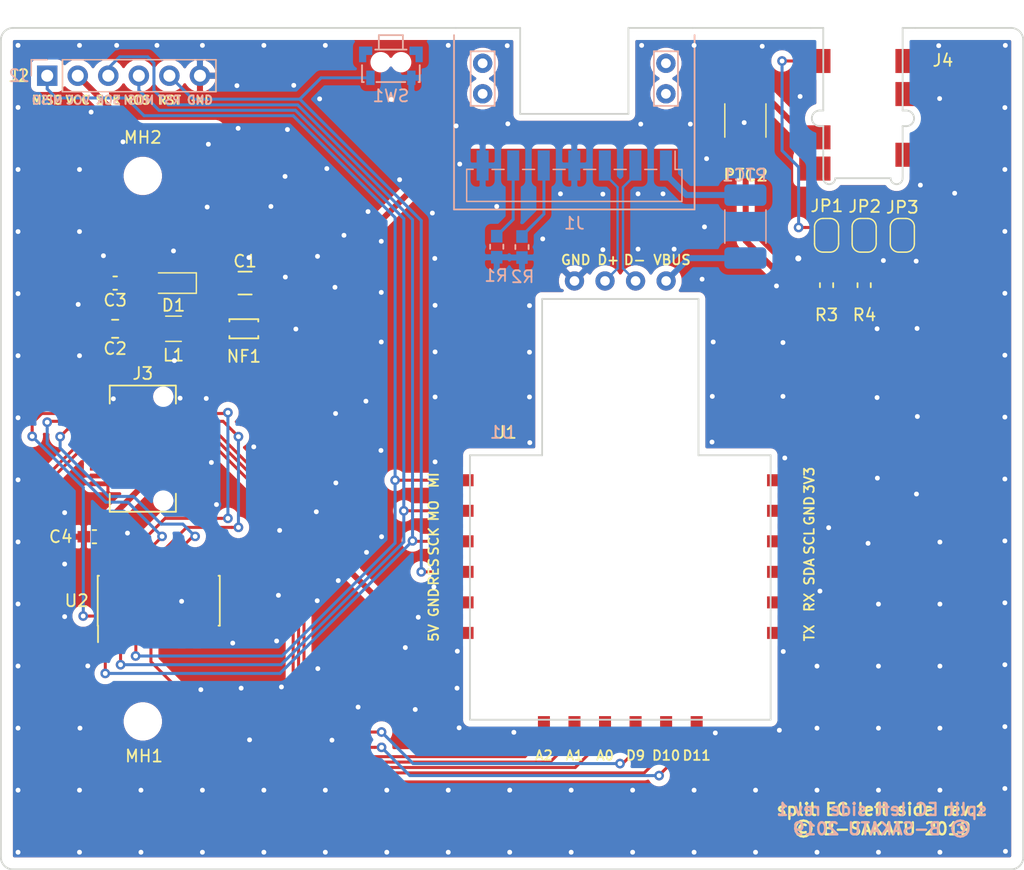
<source format=kicad_pcb>
(kicad_pcb (version 20171130) (host pcbnew "(5.1.0-0)")
  (layers (0 F.Cu signal) (31 B.Cu signal) (34 B.Paste user) (35 F.Paste user) (36 B.SilkS user) (37 F.SilkS user) (38 B.Mask user hide) (39 F.Mask user hide) (44 Edge.Cuts user))
  (net 0 "")
  (net 1 "Net-(C1-Pad1)")
  (net 2 GND)
  (net 3 AVCC)
  (net 4 KEY)
  (net 5 ENABLE)
  (net 6 PREV)
  (net 7 ROW_A)
  (net 8 ROW_B)
  (net 9 ROW_C)
  (net 10 COL_B)
  (net 11 COL_C)
  (net 12 COL_A)
  (net 13 VCC)
  (net 14 COL_0)
  (net 15 COL_1)
  (net 16 COL_2)
  (net 17 COL_3)
  (net 18 "Net-(U2-Pad7)")
  (net 19 "Net-(U2-Pad9)")
  (net 20 "Net-(U2-Pad10)")
  (net 21 /D+)
  (net 22 /CC1)
  (net 23 /D-)
  (net 24 /CC2)
  (net 25 ~RST)
  (net 26 LED)
  (net 27 SCL)
  (net 28 SDA)
  (net 29 DATA)
  (net 30 "Net-(PTC1-Pad2)")
  (net 31 "Net-(U1-Pad2)")
  (net 32 "Net-(U1-Pad1)")
  (net 33 "Net-(U2-Pad11)")
  (net 34 VBUS)
  (net 35 "Net-(J3-Pad9)")
  (net 36 "Net-(J4-PadR1N)")
  (net 37 "Net-(J4-PadR1)")
  (net 38 "Net-(J4-PadT1N)")
  (net 39 "Net-(J4-PadT)")
  (net 40 "Net-(J4-PadR2)")
  (module bsakatu_parts:NF_YFF21_HandSoldering (layer F.Cu) (at 91.45 65.025 180)
    (fp_text reference NF1 (at 0 -2.3 180) (layer F.SilkS))
    (fp_text value YFF21PC1E104MT000N hide)
    (pad 2 smd rect (at 0 0.825 180) (size 0.5 0.95) (layers F.Cu F.Paste F.Mask) (net 2 GND))
    (pad 2 smd rect (at 0 -0.825 180) (size 0.5 0.95) (layers F.Cu F.Paste F.Mask) (net 2 GND))
    (pad 3 smd rect (at 1.2 0 180) (size 1 1.4) (layers F.Cu F.Paste F.Mask) (net 1 "Net-(C1-Pad1)"))
    (pad 1 smd rect (at -1.2 0 180) (size 1 1.4) (layers F.Cu F.Paste F.Mask) (net 13 VCC))
    (pad 2 smd rect (at 0 0 180) (size 0.25 2) (layers F.Cu) (net 2 GND))
    (pad 2 smd rect (at 0 0 180) (size 0.5 0.7) (layers F.Cu) (net 2 GND))
  )
  (module bsakatu_parts:Jack_3.5mm_CUI_SJ-43504-SMT_Horizontal (layer F.Cu) (at 142.925 40)
    (fp_text reference J4 (at 6.65 2.7) (layer F.SilkS))
    (fp_text value "TRRS jack")
    (fp_line (start 3.3 0) (end 4.35 0) (layer Edge.Cuts) (width 0.15))
    (fp_line (start -3.3 0) (end -4.35 0) (layer Edge.Cuts) (width 0.15))
    (fp_line (start 3.3 0) (end 3.3 6.87) (layer Edge.Cuts) (width 0.15))
    (fp_line (start -3.3 0) (end -3.3 6.87) (layer Edge.Cuts) (width 0.15))
    (fp_line (start -2.3 12.5) (end 2.3 12.5) (layer Edge.Cuts) (width 0.15))
    (fp_arc (start -2.8 12.5) (end -2.3 12.5) (angle 180) (layer Edge.Cuts) (width 0.15))
    (fp_arc (start 2.8 12.5) (end 3.3 12.5) (angle 180) (layer Edge.Cuts) (width 0.15))
    (fp_arc (start 3.6 7.52) (end 3.6 6.87) (angle 180) (layer Edge.Cuts) (width 0.15))
    (fp_line (start 3.3 6.87) (end 3.6 6.87) (layer Edge.Cuts) (width 0.15))
    (fp_line (start 3.3 8.17) (end 3.6 8.17) (layer Edge.Cuts) (width 0.15))
    (fp_line (start 3.3 8.17) (end 3.3 12.5) (layer Edge.Cuts) (width 0.15))
    (fp_line (start -3.6 6.87) (end -3.3 6.87) (layer Edge.Cuts) (width 0.15))
    (fp_line (start -3.3 8.17) (end -3.3 12.5) (layer Edge.Cuts) (width 0.15))
    (fp_line (start -3.6 8.17) (end -3.3 8.17) (layer Edge.Cuts) (width 0.15))
    (fp_arc (start -3.6 7.52) (end -3.6 6.87) (angle -180) (layer Edge.Cuts) (width 0.15))
    (pad R2 smd rect (at -4 2.75) (size 2.6 2) (layers F.Cu F.Paste F.Mask) (net 40 "Net-(J4-PadR2)"))
    (pad T smd rect (at -4 9.1) (size 2.6 2) (layers F.Cu F.Paste F.Mask) (net 39 "Net-(J4-PadT)"))
    (pad T1N smd rect (at -4 11.7) (size 2.6 2) (layers F.Cu F.Paste F.Mask) (net 38 "Net-(J4-PadT1N)"))
    (pad S smd rect (at 4 2.75) (size 2.6 2) (layers F.Cu F.Paste F.Mask) (net 2 GND))
    (pad R1 smd rect (at 4 5.5) (size 2.6 2) (layers F.Cu F.Paste F.Mask) (net 37 "Net-(J4-PadR1)"))
    (pad R1N smd rect (at 4 10.55) (size 2.6 2) (layers F.Cu F.Paste F.Mask) (net 36 "Net-(J4-PadR1N)"))
  )
  (module bsakatu_parts:C_1206_3216Metric_Pad1.42x1.75mm_HandSolder (layer F.Cu) (at 91.55 61.225)
    (fp_text reference C1 (at 0 -1.82) (layer F.SilkS))
    (fp_text value 10u)
    (pad 2 smd rect (at 1.4875 0) (size 1.425 1.75) (layers F.Cu F.Paste F.Mask) (net 2 GND))
    (pad 1 smd rect (at -1.4875 0) (size 1.425 1.75) (layers F.Cu F.Paste F.Mask) (net 1 "Net-(C1-Pad1)"))
  )
  (module bsakatu_parts:C_0805_2012Metric_Pad1.15x1.40mm_HandSolder (layer F.Cu) (at 80.75 65.025 180)
    (fp_text reference C2 (at 0 -1.65 180) (layer F.SilkS))
    (fp_text value 22u)
    (pad 2 smd rect (at 1.025 0 180) (size 1.15 1.4) (layers F.Cu F.Paste F.Mask) (net 2 GND))
    (pad 1 smd rect (at -1.025 0 180) (size 1.15 1.4) (layers F.Cu F.Paste F.Mask) (net 3 AVCC))
  )
  (module bsakatu_parts:C_0603_1608Metric_Pad1.05x0.95mm_HandSolder (layer F.Cu) (at 80.75 61.225 180)
    (fp_text reference C3 (at 0 -1.43 180) (layer F.SilkS))
    (fp_text value 0.1u)
    (pad 1 smd rect (at -0.875 0 180) (size 1.05 0.95) (layers F.Cu F.Paste F.Mask) (net 3 AVCC))
    (pad 2 smd rect (at 0.875 0 180) (size 1.05 0.95) (layers F.Cu F.Paste F.Mask) (net 2 GND))
  )
  (module bsakatu_parts:C_0603_1608Metric_Pad1.05x0.95mm_HandSolder (layer F.Cu) (at 79.025 82.325 180)
    (fp_text reference C4 (at 2.8 0 180) (layer F.SilkS))
    (fp_text value 0.1u)
    (pad 2 smd rect (at 0.875 0 180) (size 1.05 0.95) (layers F.Cu F.Paste F.Mask) (net 2 GND))
    (pad 1 smd rect (at -0.875 0 180) (size 1.05 0.95) (layers F.Cu F.Paste F.Mask) (net 3 AVCC))
  )
  (module bsakatu_parts:D_SOD-323_HandSoldering (layer F.Cu) (at 85.6 61.225 180)
    (fp_text reference D1 (at 0 -1.85 180) (layer F.SilkS))
    (fp_text value 1SS352)
    (pad 2 smd rect (at 1.25 0 180) (size 1 1) (layers F.Cu F.Paste F.Mask) (net 3 AVCC))
    (pad 1 smd rect (at -1.25 0 180) (size 1 1) (layers F.Cu F.Paste F.Mask) (net 1 "Net-(C1-Pad1)"))
  )
  (module "bsakatu_parts:DF15(3.2)-20DP-0.65V(56)_BracketLess" (layer F.Cu) (at 83.05 75)
    (fp_text reference J3 (at 0 -6.25) (layer F.SilkS))
    (fp_text value "DF15(3.2)-20DP-0.65V(56)")
    (pad 1 smd rect (at -2.9 -2.925) (size 3 0.4) (layers F.Cu F.Paste F.Mask) (net 5 ENABLE))
    (pad 2 smd rect (at 2.9 -2.925) (size 3 0.4) (layers F.Cu F.Paste F.Mask) (net 14 COL_0))
    (pad 3 smd rect (at -2.9 -2.275) (size 3 0.4) (layers F.Cu F.Paste F.Mask) (net 15 COL_1))
    (pad 4 smd rect (at 2.9 -2.275) (size 3 0.4) (layers F.Cu F.Paste F.Mask) (net 16 COL_2))
    (pad 5 smd rect (at -2.9 -1.625) (size 3 0.4) (layers F.Cu F.Paste F.Mask) (net 17 COL_3))
    (pad 6 smd rect (at 2.9 -1.625) (size 3 0.4) (layers F.Cu F.Paste F.Mask) (net 7 ROW_A))
    (pad 7 smd rect (at -2.9 -0.975) (size 3 0.4) (layers F.Cu F.Paste F.Mask) (net 8 ROW_B))
    (pad 8 smd rect (at 2.9 -0.975) (size 3 0.4) (layers F.Cu F.Paste F.Mask) (net 9 ROW_C))
    (pad 9 smd rect (at -2.9 -0.325) (size 3 0.4) (layers F.Cu F.Paste F.Mask) (net 35 "Net-(J3-Pad9)"))
    (pad 10 smd rect (at 2.9 -0.325) (size 3 0.4) (layers F.Cu F.Paste F.Mask) (net 4 KEY))
    (pad 11 smd rect (at -2.9 0.325) (size 3 0.4) (layers F.Cu F.Paste F.Mask) (net 6 PREV))
    (pad 12 smd rect (at 2.9 0.325) (size 3 0.4) (layers F.Cu F.Paste F.Mask) (net 3 AVCC))
    (pad 13 smd rect (at -2.9 0.975) (size 3 0.4) (layers F.Cu F.Paste F.Mask) (net 3 AVCC))
    (pad 14 smd rect (at 2.9 0.975) (size 3 0.4) (layers F.Cu F.Paste F.Mask) (net 3 AVCC))
    (pad 15 smd rect (at -2.9 1.625) (size 3 0.4) (layers F.Cu F.Paste F.Mask) (net 3 AVCC))
    (pad 16 smd rect (at 2.9 1.625) (size 3 0.4) (layers F.Cu F.Paste F.Mask) (net 2 GND))
    (pad 17 smd rect (at -2.9 2.275) (size 3 0.4) (layers F.Cu F.Paste F.Mask) (net 2 GND))
    (pad 18 smd rect (at 2.9 2.275) (size 3 0.4) (layers F.Cu F.Paste F.Mask) (net 2 GND))
    (pad 19 smd rect (at -2.9 2.925) (size 3 0.4) (layers F.Cu F.Paste F.Mask) (net 2 GND))
    (pad 20 smd rect (at 2.9 2.925) (size 3 0.4) (layers F.Cu F.Paste F.Mask) (net 2 GND))
    (pad "" np_thru_hole circle (at 1.7 4.325) (size 0.7 0.7) (drill 0.7) (layers *.Cu *.Mask))
    (pad "" np_thru_hole circle (at 1.7 -4.325) (size 0.7 0.7) (drill 0.7) (layers *.Cu *.Mask))
  )
  (module Jumper:SolderJumper-2_P1.3mm_Open_RoundedPad1.0x1.5mm (layer F.Cu) (at 139.9 57.25 90)
    (fp_text reference JP1 (at 2.45 0.025 180) (layer F.SilkS))
    (fp_text value SolderJumper_2_Open)
    (pad 1 smd custom (at -0.65 0 90) (size 1 0.5) (layers F.Cu F.Mask) (net 27 SCL) (options (clearance outline) (anchor rect)) (primitives (gr_circle (center 0 0.25) (end 0.5 0.25) (width 0)) (gr_circle (center 0 -0.25) (end 0.5 -0.25) (width 0)) (gr_poly (pts (xy 0 -0.75) (xy 0.5 -0.75) (xy 0.5 0.75) (xy 0 0.75)) (width 0))))
    (pad 2 smd custom (at 0.65 0 90) (size 1 0.5) (layers F.Cu F.Mask) (net 40 "Net-(J4-PadR2)") (options (clearance outline) (anchor rect)) (primitives (gr_circle (center 0 0.25) (end 0.5 0.25) (width 0)) (gr_circle (center 0 -0.25) (end 0.5 -0.25) (width 0)) (gr_poly (pts (xy 0 -0.75) (xy -0.5 -0.75) (xy -0.5 0.75) (xy 0 0.75)) (width 0))))
  )
  (module Jumper:SolderJumper-2_P1.3mm_Open_RoundedPad1.0x1.5mm (layer F.Cu) (at 143.025 57.25 90)
    (fp_text reference JP2 (at 2.4 0.05 180) (layer F.SilkS))
    (fp_text value SolderJumper_2_Open)
    (pad 2 smd custom (at 0.65 0 90) (size 1 0.5) (layers F.Cu F.Mask) (net 37 "Net-(J4-PadR1)") (options (clearance outline) (anchor rect)) (primitives (gr_circle (center 0 0.25) (end 0.5 0.25) (width 0)) (gr_circle (center 0 -0.25) (end 0.5 -0.25) (width 0)) (gr_poly (pts (xy 0 -0.75) (xy -0.5 -0.75) (xy -0.5 0.75) (xy 0 0.75)) (width 0))))
    (pad 1 smd custom (at -0.65 0 90) (size 1 0.5) (layers F.Cu F.Mask) (net 28 SDA) (options (clearance outline) (anchor rect)) (primitives (gr_circle (center 0 0.25) (end 0.5 0.25) (width 0)) (gr_circle (center 0 -0.25) (end 0.5 -0.25) (width 0)) (gr_poly (pts (xy 0 -0.75) (xy 0.5 -0.75) (xy 0.5 0.75) (xy 0 0.75)) (width 0))))
  )
  (module Jumper:SolderJumper-2_P1.3mm_Bridged_RoundedPad1.0x1.5mm (layer F.Cu) (at 146.2 57.25 90)
    (fp_text reference JP3 (at 2.325 0 180) (layer F.SilkS))
    (fp_text value SolderJumper_2_Open)
    (fp_poly (pts (xy 0.25 -0.3) (xy -0.25 -0.3) (xy -0.25 0.3) (xy 0.25 0.3)) (layer F.Cu) (width 0))
    (pad 2 smd custom (at 0.65 0 90) (size 1 0.5) (layers F.Cu F.Mask) (net 37 "Net-(J4-PadR1)") (options (clearance outline) (anchor rect)) (primitives (gr_circle (center 0 0.25) (end 0.5 0.25) (width 0)) (gr_circle (center 0 -0.25) (end 0.5 -0.25) (width 0)) (gr_poly (pts (xy 0 -0.75) (xy -0.5 -0.75) (xy -0.5 0.75) (xy 0 0.75)) (width 0))))
    (pad 1 smd custom (at -0.65 0 90) (size 1 0.5) (layers F.Cu F.Mask) (net 29 DATA) (options (clearance outline) (anchor rect)) (primitives (gr_circle (center 0 0.25) (end 0.5 0.25) (width 0)) (gr_circle (center 0 -0.25) (end 0.5 -0.25) (width 0)) (gr_poly (pts (xy 0 -0.75) (xy 0.5 -0.75) (xy 0.5 0.75) (xy 0 0.75)) (width 0))))
  )
  (module bsakatu_parts:L_Yuden_LB-2518_HandSolder (layer F.Cu) (at 85.6 65.025 180)
    (fp_text reference L1 (at 0 -2.2 180) (layer F.SilkS))
    (fp_text value LBR2518T470K)
    (pad 1 smd rect (at -1.25 0 180) (size 1 2.1) (layers F.Cu F.Paste F.Mask) (net 1 "Net-(C1-Pad1)"))
    (pad 2 smd rect (at 1.25 0 180) (size 1 2.1) (layers F.Cu F.Paste F.Mask) (net 3 AVCC))
  )
  (module MountingHole:MountingHole_2.2mm_M2 (layer F.Cu) (at 83.05 97.69)
    (fp_text reference MH1 (at 0.1 2.885) (layer F.SilkS))
    (fp_text value MountingHole)
    (pad 1 np_thru_hole circle (at 0 0) (size 2.2 2.2) (drill 2.2) (layers *.Cu *.Mask))
  )
  (module MountingHole:MountingHole_2.2mm_M2 (layer F.Cu) (at 83.05 52.31)
    (fp_text reference MH2 (at 0 -3.2) (layer F.SilkS))
    (fp_text value MountingHole)
    (pad 1 np_thru_hole circle (at 0 0) (size 2.2 2.2) (drill 2.2) (layers *.Cu *.Mask))
  )
  (module bsakatu_parts:PTC_0ZCG_1812_4532 (layer B.Cu) (at 133.15 56.525 270)
    (fp_text reference PTC1 (at -4.275 0.075 180) (layer B.SilkS) (effects (justify mirror)))
    (fp_text value 0ZCG0050AF2C hide)
    (pad 2 smd roundrect (at 2.615 0 270) (size 1.78 3.5) (layers B.Cu B.Paste B.Mask) (roundrect_rratio 0.192) (net 30 "Net-(PTC1-Pad2)"))
    (pad 1 smd roundrect (at -2.615 0 270) (size 1.78 3.5) (layers B.Cu B.Paste B.Mask) (roundrect_rratio 0.192) (net 34 VBUS))
  )
  (module bsakatu_parts:PTC_0ZCG_1812_4532 (layer F.Cu) (at 133.15 47.7 90)
    (fp_text reference PTC2 (at -4.55 0.025 180) (layer F.SilkS))
    (fp_text value 0ZCG0050AF2C hide)
    (pad 1 smd roundrect (at -2.615 0 90) (size 1.78 3.5) (layers F.Cu F.Paste F.Mask) (roundrect_rratio 0.192) (net 13 VCC))
    (pad 2 smd roundrect (at 2.615 0 90) (size 1.78 3.5) (layers F.Cu F.Paste F.Mask) (roundrect_rratio 0.192) (net 39 "Net-(J4-PadT)"))
  )
  (module bsakatu_parts:R_SMD_0603_1608_HandSolder (layer B.Cu) (at 112.475 58.2 90)
    (fp_text reference R1 (at -2.4 -0.05 180) (layer B.SilkS) (effects (justify mirror)))
    (fp_text value 5.1k)
    (pad 1 smd rect (at -0.875 0 90) (size 1.05 0.95) (layers B.Cu B.Paste B.Mask) (net 2 GND))
    (pad 2 smd rect (at 0.875 0 90) (size 1.05 0.95) (layers B.Cu B.Paste B.Mask) (net 24 /CC2))
  )
  (module bsakatu_parts:R_SMD_0603_1608_HandSolder (layer B.Cu) (at 114.575 58.225 90)
    (fp_text reference R2 (at -2.475 0.05 180) (layer B.SilkS) (effects (justify mirror)))
    (fp_text value 5.1k)
    (pad 2 smd rect (at 0.875 0 90) (size 1.05 0.95) (layers B.Cu B.Paste B.Mask) (net 22 /CC1))
    (pad 1 smd rect (at -0.875 0 90) (size 1.05 0.95) (layers B.Cu B.Paste B.Mask) (net 2 GND))
  )
  (module bsakatu_parts:R_SMD_0603_1608_HandSolder (layer F.Cu) (at 139.9 61.4 90)
    (fp_text reference R3 (at -2.475 0) (layer F.SilkS))
    (fp_text value 4.7k)
    (pad 2 smd rect (at 0.875 0 90) (size 1.05 0.95) (layers F.Cu F.Paste F.Mask) (net 27 SCL))
    (pad 1 smd rect (at -0.875 0 90) (size 1.05 0.95) (layers F.Cu F.Paste F.Mask) (net 13 VCC))
  )
  (module bsakatu_parts:R_SMD_0603_1608_HandSolder (layer F.Cu) (at 143.025 61.4 90)
    (fp_text reference R4 (at -2.475 0.025) (layer F.SilkS))
    (fp_text value 4.7k)
    (pad 1 smd rect (at -0.875 0 90) (size 1.05 0.95) (layers F.Cu F.Paste F.Mask) (net 13 VCC))
    (pad 2 smd rect (at 0.875 0 90) (size 1.05 0.95) (layers F.Cu F.Paste F.Mask) (net 28 SDA))
  )
  (module bsakatu_parts:SW_SPST_4.4x1.8x3.8mm_plastic-pin (layer B.Cu) (at 103.675 42.85)
    (fp_text reference SW1 (at 0 2.8) (layer B.SilkS) (effects (justify mirror)))
    (fp_text value SW_Push)
    (pad "" smd custom (at 2.1 -0.95) (size 1.1 0.7) (layers B.Cu B.Paste B.Mask) (options (clearance outline) (anchor rect)) (primitives (gr_poly (pts (xy 0.55 0.35) (xy 0.55 0.95) (xy -0.05 0.95) (xy -0.05 0.35)) (width 0))))
    (pad 2 smd rect (at 1.7 1.3) (size 0.7 1.2) (layers B.Cu B.Paste B.Mask) (net 2 GND))
    (pad "" np_thru_hole circle (at 0.85 0) (size 0.7 0.7) (drill 0.7) (layers *.Cu *.Mask))
    (pad "" np_thru_hole circle (at -0.85 0) (size 0.7 0.7) (drill 0.7) (layers *.Cu *.Mask))
    (pad 1 smd rect (at -1.7 1.3) (size 0.7 1.2) (layers B.Cu B.Paste B.Mask) (net 25 ~RST))
    (pad "" smd custom (at -2.1 -0.95) (size 1.1 0.7) (layers B.Cu B.Paste B.Mask) (options (clearance outline) (anchor rect)) (primitives (gr_poly (pts (xy -0.55 0.35) (xy -0.55 0.95) (xy 0.05 0.95) (xy 0.05 0.35)) (width 0))))
  )
  (module Package_SO:SOIC-16_3.9x9.9mm_P1.27mm (layer F.Cu) (at 84.375 87.65 90)
    (fp_text reference U2 (at 0 -6.825 180) (layer F.SilkS))
    (fp_text value 74LS138)
    (pad 1 smd rect (at -2.7 -4.445 90) (size 1.5 0.6) (layers F.Cu F.Paste F.Mask) (net 12 COL_A))
    (pad 2 smd rect (at -2.7 -3.175 90) (size 1.5 0.6) (layers F.Cu F.Paste F.Mask) (net 10 COL_B))
    (pad 3 smd rect (at -2.7 -1.905 90) (size 1.5 0.6) (layers F.Cu F.Paste F.Mask) (net 11 COL_C))
    (pad 4 smd rect (at -2.7 -0.635 90) (size 1.5 0.6) (layers F.Cu F.Paste F.Mask) (net 5 ENABLE))
    (pad 5 smd rect (at -2.7 0.635 90) (size 1.5 0.6) (layers F.Cu F.Paste F.Mask) (net 2 GND))
    (pad 6 smd rect (at -2.7 1.905 90) (size 1.5 0.6) (layers F.Cu F.Paste F.Mask) (net 3 AVCC))
    (pad 7 smd rect (at -2.7 3.175 90) (size 1.5 0.6) (layers F.Cu F.Paste F.Mask) (net 18 "Net-(U2-Pad7)"))
    (pad 8 smd rect (at -2.7 4.445 90) (size 1.5 0.6) (layers F.Cu F.Paste F.Mask) (net 2 GND))
    (pad 9 smd rect (at 2.7 4.445 90) (size 1.5 0.6) (layers F.Cu F.Paste F.Mask) (net 19 "Net-(U2-Pad9)"))
    (pad 10 smd rect (at 2.7 3.175 90) (size 1.5 0.6) (layers F.Cu F.Paste F.Mask) (net 20 "Net-(U2-Pad10)"))
    (pad 11 smd rect (at 2.7 1.905 90) (size 1.5 0.6) (layers F.Cu F.Paste F.Mask) (net 33 "Net-(U2-Pad11)"))
    (pad 12 smd rect (at 2.7 0.635 90) (size 1.5 0.6) (layers F.Cu F.Paste F.Mask) (net 17 COL_3))
    (pad 13 smd rect (at 2.7 -0.635 90) (size 1.5 0.6) (layers F.Cu F.Paste F.Mask) (net 16 COL_2))
    (pad 14 smd rect (at 2.7 -1.905 90) (size 1.5 0.6) (layers F.Cu F.Paste F.Mask) (net 15 COL_1))
    (pad 15 smd rect (at 2.7 -3.175 90) (size 1.5 0.6) (layers F.Cu F.Paste F.Mask) (net 14 COL_0))
    (pad 16 smd rect (at 2.7 -4.445 90) (size 1.5 0.6) (layers F.Cu F.Paste F.Mask) (net 3 AVCC))
  )
  (module bsakatu_parts:USB_C_AE-USB2.0-TYPE-C_soldered_with_L-shape-PinHeader (layer B.Cu) (at 118.925 53.1 180)
    (fp_text reference J1 (at 0 -3.15 180) (layer B.SilkS) (effects (justify mirror)))
    (fp_text value AE-USB2.0-TYPE-C)
    (fp_line (start -4.5 5.95) (end 4.5 5.95) (layer Edge.Cuts) (width 0.15))
    (fp_line (start 4.5 5.95) (end 4.5 13.1) (layer Edge.Cuts) (width 0.15))
    (fp_line (start -4.5 5.95) (end -4.5 13.1) (layer Edge.Cuts) (width 0.15))
    (fp_line (start -4.5 13.1) (end -9.85 13.1) (layer Edge.Cuts) (width 0.15))
    (fp_line (start 4.5 13.1) (end 9.85 13.1) (layer Edge.Cuts) (width 0.15))
    (pad 1 smd rect (at -7.62 1.655 90) (size 2.51 1) (layers B.Cu B.Paste B.Mask) (net 34 VBUS))
    (pad 3 smd rect (at -2.54 1.655 90) (size 2.51 1) (layers B.Cu B.Paste B.Mask) (net 21 /D+))
    (pad 5 smd rect (at 2.54 1.655 90) (size 2.51 1) (layers B.Cu B.Paste B.Mask) (net 22 /CC1))
    (pad 7 smd rect (at 7.62 1.655 90) (size 2.51 1) (layers B.Cu B.Paste B.Mask) (net 2 GND))
    (pad 2 smd rect (at -5.08 1.655 90) (size 2.51 1) (layers B.Cu B.Paste B.Mask) (net 23 /D-))
    (pad 4 smd rect (at 0 1.655 90) (size 2.51 1) (layers B.Cu B.Paste B.Mask) (net 2 GND))
    (pad 6 smd rect (at 5.08 1.655 90) (size 2.51 1) (layers B.Cu B.Paste B.Mask) (net 24 /CC2))
    (pad "" thru_hole circle (at -7.62 7.62 180) (size 1.6 1.6) (drill 0.8) (layers *.Cu *.Mask))
    (pad "" thru_hole circle (at -7.62 10.16 180) (size 1.6 1.6) (drill 0.8) (layers *.Cu *.Mask))
    (pad "" thru_hole circle (at 7.62 7.62 180) (size 1.6 1.6) (drill 0.8) (layers *.Cu *.Mask))
    (pad "" thru_hole circle (at 7.62 10.16 180) (size 1.6 1.6) (drill 0.8) (layers *.Cu *.Mask))
    (pad "" thru_hole circle (at -7.62 7.62) (size 1.6 1.6) (drill 0.8) (layers *.Cu *.Mask))
    (pad "" thru_hole circle (at -7.62 10.16) (size 1.6 1.6) (drill 0.8) (layers *.Cu *.Mask))
    (pad "" thru_hole circle (at 7.62 7.62) (size 1.6 1.6) (drill 0.8) (layers *.Cu *.Mask))
    (pad "" thru_hole circle (at 7.62 10.16) (size 1.6 1.6) (drill 0.8) (layers *.Cu *.Mask))
  )
  (module bsakatu_parts:Connector_AVR-ISP-6_6x1_Reversible (layer B.Cu) (at 75.1 43.975 270)
    (fp_text reference J2 (at 0 2.35) (layer B.SilkS) (effects (justify mirror)))
    (fp_text value AVR-ISP-6)
    (fp_text user VCC (at 2.032 -2.54 180) (layer F.SilkS) (effects (font (size 0.7 0.7))))
    (fp_text user GND (at 2.032 -12.7 180) (layer F.SilkS) (effects (font (size 0.7 0.7))))
    (fp_text user RST (at 2.032 -10.16 180) (layer F.SilkS) (effects (font (size 0.7 0.7))))
    (fp_text user MISO (at 2.032 0 180) (layer F.SilkS) (effects (font (size 0.7 0.7))))
    (fp_text user SCK (at 2.032 -5.08 180) (layer F.SilkS) (effects (font (size 0.7 0.7))))
    (fp_text user MOSI (at 2.032 -7.62 180) (layer F.SilkS) (effects (font (size 0.7 0.7))))
    (fp_text user MISO (at 2.032 0 180) (layer B.SilkS) (effects (font (size 0.7 0.7)) (justify mirror)))
    (fp_text user VCC (at 2.032 -2.54 180) (layer B.SilkS) (effects (font (size 0.7 0.7)) (justify mirror)))
    (fp_text user SCK (at 2.032 -5.08 180) (layer B.SilkS) (effects (font (size 0.7 0.7)) (justify mirror)))
    (fp_text user MOSI (at 2.032 -7.62 180) (layer B.SilkS) (effects (font (size 0.7 0.7)) (justify mirror)))
    (fp_text user RST (at 2.032 -10.16 180) (layer B.SilkS) (effects (font (size 0.7 0.7)) (justify mirror)))
    (fp_text user GND (at 2.032 -12.7 180) (layer B.SilkS) (effects (font (size 0.7 0.7)) (justify mirror)))
    (fp_text user %R (at 0 2.35) (layer F.SilkS))
    (pad 6 thru_hole oval (at 0 -12.7 270) (size 1.7 1.7) (drill 1) (layers *.Cu *.Mask) (net 2 GND))
    (pad 5 thru_hole oval (at 0 -10.16 270) (size 1.7 1.7) (drill 1) (layers *.Cu *.Mask) (net 25 ~RST))
    (pad 4 thru_hole oval (at 0 -7.62 270) (size 1.7 1.7) (drill 1) (layers *.Cu *.Mask) (net 10 COL_B))
    (pad 3 thru_hole oval (at 0 -5.08 270) (size 1.7 1.7) (drill 1) (layers *.Cu *.Mask) (net 12 COL_A))
    (pad 2 thru_hole oval (at 0 -2.54 270) (size 1.7 1.7) (drill 1) (layers *.Cu *.Mask) (net 13 VCC))
    (pad 1 thru_hole rect (at 0 0 270) (size 1.7 1.7) (drill 1) (layers *.Cu *.Mask) (net 11 COL_C))
  )
  (module bsakatu_parts:Module_BeetleUSB_soldered_with_L-shape-PinHeader_Reverse (layer F.Cu) (at 122.75 85.25)
    (fp_text reference U1 (at -9.6 -11.6) (layer F.SilkS))
    (fp_text value BeetleUSB_with_USB)
    (fp_text user 3V3 (at 15.717 -7.62 90) (layer F.SilkS) (effects (font (size 0.8 0.8))))
    (fp_text user GND (at 15.717 -5.08 90) (layer F.SilkS) (effects (font (size 0.8 0.8))))
    (fp_line (start 6.5 -9.7) (end 12.5 -9.7) (layer Edge.Cuts) (width 0.15))
    (fp_line (start 6.5 -22.7) (end 6.5 -9.7) (layer Edge.Cuts) (width 0.15))
    (fp_line (start -6.5 -22.7) (end 6.5 -22.7) (layer Edge.Cuts) (width 0.15))
    (fp_line (start -6.5 -9.7) (end -6.5 -22.7) (layer Edge.Cuts) (width 0.15))
    (fp_line (start -12.5 -9.7) (end -6.5 -9.7) (layer Edge.Cuts) (width 0.15))
    (fp_line (start -12.5 12.3) (end -12.5 -9.7) (layer Edge.Cuts) (width 0.15))
    (fp_line (start 12.5 12.3) (end -12.5 12.3) (layer Edge.Cuts) (width 0.15))
    (fp_line (start 12.5 12.3) (end 12.5 -9.7) (layer Edge.Cuts) (width 0.15))
    (fp_text user D+ (at -1 -25.95) (layer F.SilkS) (effects (font (size 0.8 0.8))))
    (fp_text user D- (at 1.2 -25.95) (layer F.SilkS) (effects (font (size 0.8 0.8))))
    (fp_text user VBUS (at 4.3 -25.95) (layer F.SilkS) (effects (font (size 0.8 0.8))))
    (fp_text user GND (at -3.7 -25.95) (layer F.SilkS) (effects (font (size 0.8 0.8))))
    (fp_text user SCL (at 15.717 -2.54 90) (layer F.SilkS) (effects (font (size 0.8 0.8))))
    (fp_text user SDA (at 15.717 0 90) (layer F.SilkS) (effects (font (size 0.8 0.8))))
    (fp_text user RX (at 15.717 2.54 90) (layer F.SilkS) (effects (font (size 0.8 0.8))))
    (fp_text user TX (at 15.717 5.08 90) (layer F.SilkS) (effects (font (size 0.8 0.8))))
    (fp_text user MI (at -15.517 -7.62 90) (layer F.SilkS) (effects (font (size 0.8 0.8))))
    (fp_text user MO (at -15.517 -5.08 90) (layer F.SilkS) (effects (font (size 0.8 0.8))))
    (fp_text user SCK (at -15.517 -2.54 90) (layer F.SilkS) (effects (font (size 0.8 0.8))))
    (fp_text user RES (at -15.517 0 90) (layer F.SilkS) (effects (font (size 0.8 0.8))))
    (fp_text user GND (at -15.517 2.54 90) (layer F.SilkS) (effects (font (size 0.8 0.8))))
    (fp_text user 5V (at -15.517 5.08 90) (layer F.SilkS) (effects (font (size 0.8 0.8))))
    (fp_text user D11 (at 6.35 15.279) (layer F.SilkS) (effects (font (size 0.8 0.8))))
    (fp_text user D10 (at 3.81 15.279) (layer F.SilkS) (effects (font (size 0.8 0.8))))
    (fp_text user D9 (at 1.27 15.279) (layer F.SilkS) (effects (font (size 0.8 0.8))))
    (fp_text user A0 (at -1.27 15.279) (layer F.SilkS) (effects (font (size 0.8 0.8))))
    (fp_text user A1 (at -3.81 15.279) (layer F.SilkS) (effects (font (size 0.8 0.8))))
    (fp_text user A2 (at -6.35 15.279) (layer F.SilkS) (effects (font (size 0.8 0.8))))
    (fp_text user %R (at -9.85 -11.6) (layer B.SilkS) (effects (justify mirror)))
    (pad 18 smd rect (at -13.35 -7.62) (size 2.3 1) (layers F.Cu F.Paste F.Mask) (net 11 COL_C))
    (pad 17 smd rect (at -13.35 -5.08) (size 2.3 1) (layers F.Cu F.Paste F.Mask) (net 10 COL_B))
    (pad 1 smd rect (at 13.35 -7.62) (size 2.3 1) (layers F.Cu F.Paste F.Mask) (net 32 "Net-(U1-Pad1)"))
    (pad 2 smd rect (at 13.35 -5.08) (size 2.3 1) (layers F.Cu F.Paste F.Mask) (net 31 "Net-(U1-Pad2)"))
    (pad 3 smd rect (at 13.35 -2.54) (size 2.3 1) (layers F.Cu F.Paste F.Mask) (net 27 SCL))
    (pad 4 smd rect (at 13.35 0) (size 2.3 1) (layers F.Cu F.Paste F.Mask) (net 28 SDA))
    (pad 5 smd rect (at 13.35 2.54) (size 2.3 1) (layers F.Cu F.Paste F.Mask) (net 29 DATA))
    (pad 6 smd rect (at 13.35 5.08) (size 2.3 1) (layers F.Cu F.Paste F.Mask) (net 26 LED))
    (pad 12 smd rect (at -6.35 13.15) (size 1 2.3) (layers F.Cu F.Paste F.Mask) (net 4 KEY))
    (pad 11 smd rect (at -3.81 13.15) (size 1 2.3) (layers F.Cu F.Paste F.Mask) (net 5 ENABLE))
    (pad 10 smd rect (at -1.27 13.15) (size 1 2.3) (layers F.Cu F.Paste F.Mask) (net 6 PREV))
    (pad 9 smd rect (at 1.27 13.15) (size 1 2.3) (layers F.Cu F.Paste F.Mask) (net 7 ROW_A))
    (pad 8 smd rect (at 3.81 13.15) (size 1 2.3) (layers F.Cu F.Paste F.Mask) (net 8 ROW_B))
    (pad 13 smd rect (at -13.35 5.08) (size 2.3 1) (layers F.Cu F.Paste F.Mask) (net 13 VCC))
    (pad 14 smd rect (at -13.35 2.54) (size 2.3 1) (layers F.Cu F.Paste F.Mask) (net 2 GND))
    (pad 15 smd rect (at -13.35 0) (size 2.3 1) (layers F.Cu F.Paste F.Mask) (net 25 ~RST))
    (pad 22 thru_hole circle (at 3.81 -24.2) (size 1.6 1.6) (drill 0.8) (layers *.Cu *.Mask) (net 30 "Net-(PTC1-Pad2)"))
    (pad 21 thru_hole circle (at 1.27 -24.2) (size 1.6 1.6) (drill 0.8) (layers *.Cu *.Mask) (net 23 /D-))
    (pad 20 thru_hole circle (at -1.27 -24.2) (size 1.6 1.6) (drill 0.8) (layers *.Cu *.Mask) (net 21 /D+))
    (pad 19 thru_hole circle (at -3.81 -24.2) (size 1.6 1.6) (drill 0.8) (layers *.Cu *.Mask) (net 2 GND))
    (pad 16 smd rect (at -13.35 -2.54) (size 2.3 1) (layers F.Cu F.Paste F.Mask) (net 12 COL_A))
    (pad 7 smd rect (at 6.35 13.15) (size 1 2.3) (layers F.Cu F.Paste F.Mask) (net 9 ROW_C))
  )
  (gr_line (start 128.775 40) (end 138.575 40) (layer Edge.Cuts) (width 0.15))
  (gr_line (start 155.25 40) (end 147.275 40) (layer Edge.Cuts) (width 0.15))
  (gr_text "split EC left side rev.1\n© B-SAKATU 2019" (at 144.5 105.825) (layer B.SilkS) (effects (font (size 1 1) (thickness 0.2)) (justify mirror)))
  (gr_text "split EC left side rev.1\n© B-SAKATU 2019" (at 144.5 105.825) (layer F.SilkS) (effects (font (size 1 1) (thickness 0.2))))
  (gr_arc (start 155.25 41) (end 155.25 40) (angle 90) (layer Edge.Cuts) (width 0.15))
  (gr_arc (start 155.25 109) (end 156.25 109) (angle 90) (layer Edge.Cuts) (width 0.15))
  (gr_arc (start 72.25 109) (end 72.25 110) (angle 90) (layer Edge.Cuts) (width 0.15))
  (gr_arc (start 72.25 41) (end 71.25 41) (angle 90) (layer Edge.Cuts) (width 0.15))
  (gr_line (start 156.25 41) (end 156.25 109) (layer Edge.Cuts) (width 0.15))
  (gr_line (start 155.25 110) (end 72.25 110) (layer Edge.Cuts) (width 0.15))
  (gr_line (start 71.25 41) (end 71.25 109) (layer Edge.Cuts) (width 0.15))
  (gr_line (start 109.075 40) (end 72.25 40) (layer Edge.Cuts) (width 0.15))
  (segment (start 90.25 65.025) (end 86.875 65.025) (width 0.5) (layer F.Cu) (net 1))
  (segment (start 86.85 61.225) (end 90.05 61.225) (width 0.5) (layer F.Cu) (net 1))
  (segment (start 86.85 61.225) (end 86.85 65.05) (width 0.5) (layer F.Cu) (net 1))
  (via (at 78.475 93.075) (size 0.8) (drill 0.4) (layers F.Cu B.Cu) (net 2))
  (via (at 88.75 76.15) (size 0.8) (drill 0.4) (layers F.Cu B.Cu) (net 2))
  (via (at 86.275 87.7) (size 0.8) (drill 0.4) (layers F.Cu B.Cu) (net 2))
  (via (at 94.425 81.8) (size 0.8) (drill 0.4) (layers F.Cu B.Cu) (net 2))
  (via (at 72.675 41.45) (size 0.8) (drill 0.4) (layers F.Cu B.Cu) (net 2))
  (via (at 72.675 46.613461) (size 0.8) (drill 0.4) (layers F.Cu B.Cu) (net 2))
  (via (at 72.675 51.776922) (size 0.8) (drill 0.4) (layers F.Cu B.Cu) (net 2))
  (via (at 72.675 56.940383) (size 0.8) (drill 0.4) (layers F.Cu B.Cu) (net 2))
  (via (at 72.675 62.103844) (size 0.8) (drill 0.4) (layers F.Cu B.Cu) (net 2))
  (via (at 72.675 67.267305) (size 0.8) (drill 0.4) (layers F.Cu B.Cu) (net 2))
  (via (at 72.675 72.430766) (size 0.8) (drill 0.4) (layers F.Cu B.Cu) (net 2))
  (via (at 72.675 77.594227) (size 0.8) (drill 0.4) (layers F.Cu B.Cu) (net 2))
  (via (at 72.675 82.757688) (size 0.8) (drill 0.4) (layers F.Cu B.Cu) (net 2))
  (via (at 72.675 87.921149) (size 0.8) (drill 0.4) (layers F.Cu B.Cu) (net 2))
  (via (at 72.675 93.08461) (size 0.8) (drill 0.4) (layers F.Cu B.Cu) (net 2))
  (via (at 72.675 98.248071) (size 0.8) (drill 0.4) (layers F.Cu B.Cu) (net 2))
  (via (at 72.675 103.411532) (size 0.8) (drill 0.4) (layers F.Cu B.Cu) (net 2))
  (via (at 72.675 108.575) (size 0.8) (drill 0.4) (layers F.Cu B.Cu) (net 2))
  (via (at 154.725 46.625) (size 0.8) (drill 0.4) (layers F.Cu B.Cu) (net 2))
  (via (at 154.725 51.775) (size 0.8) (drill 0.4) (layers F.Cu B.Cu) (net 2))
  (via (at 154.725 56.925) (size 0.8) (drill 0.4) (layers F.Cu B.Cu) (net 2))
  (via (at 154.725 62.075) (size 0.8) (drill 0.4) (layers F.Cu B.Cu) (net 2))
  (via (at 154.725 67.225) (size 0.8) (drill 0.4) (layers F.Cu B.Cu) (net 2))
  (via (at 154.725 72.375) (size 0.8) (drill 0.4) (layers F.Cu B.Cu) (net 2))
  (via (at 154.725 77.525) (size 0.8) (drill 0.4) (layers F.Cu B.Cu) (net 2))
  (via (at 154.725 82.675) (size 0.8) (drill 0.4) (layers F.Cu B.Cu) (net 2))
  (via (at 154.725 87.825) (size 0.8) (drill 0.4) (layers F.Cu B.Cu) (net 2))
  (via (at 154.725 92.975) (size 0.8) (drill 0.4) (layers F.Cu B.Cu) (net 2))
  (via (at 154.725 98.125) (size 0.8) (drill 0.4) (layers F.Cu B.Cu) (net 2))
  (via (at 154.725 103.275) (size 0.8) (drill 0.4) (layers F.Cu B.Cu) (net 2))
  (via (at 77.785 108.575) (size 0.8) (drill 0.4) (layers F.Cu B.Cu) (net 2))
  (via (at 82.895 108.575) (size 0.8) (drill 0.4) (layers F.Cu B.Cu) (net 2))
  (via (at 88.005 108.575) (size 0.8) (drill 0.4) (layers F.Cu B.Cu) (net 2))
  (via (at 93.115 108.575) (size 0.8) (drill 0.4) (layers F.Cu B.Cu) (net 2))
  (via (at 98.225 108.575) (size 0.8) (drill 0.4) (layers F.Cu B.Cu) (net 2))
  (via (at 103.335 108.575) (size 0.8) (drill 0.4) (layers F.Cu B.Cu) (net 2))
  (via (at 108.445 108.575) (size 0.8) (drill 0.4) (layers F.Cu B.Cu) (net 2))
  (via (at 113.555 108.575) (size 0.8) (drill 0.4) (layers F.Cu B.Cu) (net 2))
  (via (at 118.665 108.575) (size 0.8) (drill 0.4) (layers F.Cu B.Cu) (net 2))
  (via (at 123.775 108.575) (size 0.8) (drill 0.4) (layers F.Cu B.Cu) (net 2))
  (via (at 128.885 108.575) (size 0.8) (drill 0.4) (layers F.Cu B.Cu) (net 2))
  (via (at 133.995 108.575) (size 0.8) (drill 0.4) (layers F.Cu B.Cu) (net 2))
  (via (at 139.105 108.575) (size 0.8) (drill 0.4) (layers F.Cu B.Cu) (net 2))
  (via (at 144.215 108.575) (size 0.8) (drill 0.4) (layers F.Cu B.Cu) (net 2))
  (via (at 149.325 108.575) (size 0.8) (drill 0.4) (layers F.Cu B.Cu) (net 2))
  (via (at 154.775 108.5) (size 0.8) (drill 0.4) (layers F.Cu B.Cu) (net 2))
  (via (at 77.785 41.45) (size 0.8) (drill 0.4) (layers F.Cu B.Cu) (net 2))
  (via (at 84.225 41.45) (size 0.8) (drill 0.4) (layers F.Cu B.Cu) (net 2))
  (via (at 88.005 41.45) (size 0.8) (drill 0.4) (layers F.Cu B.Cu) (net 2))
  (via (at 93.115 41.45) (size 0.8) (drill 0.4) (layers F.Cu B.Cu) (net 2))
  (via (at 98.225 41.45) (size 0.8) (drill 0.4) (layers F.Cu B.Cu) (net 2))
  (via (at 108.445 41.45) (size 0.8) (drill 0.4) (layers F.Cu B.Cu) (net 2))
  (via (at 121.3 58.45) (size 0.8) (drill 0.4) (layers F.Cu B.Cu) (net 2))
  (via (at 121.3 53.825) (size 0.8) (drill 0.4) (layers F.Cu B.Cu) (net 2))
  (via (at 112.475 54.85) (size 0.8) (drill 0.4) (layers F.Cu B.Cu) (net 2))
  (via (at 115.225 74.5) (size 0.8) (drill 0.4) (layers F.Cu B.Cu) (net 2))
  (via (at 115.2 70.7) (size 0.8) (drill 0.4) (layers F.Cu B.Cu) (net 2))
  (via (at 115.2 66.975) (size 0.8) (drill 0.4) (layers F.Cu B.Cu) (net 2))
  (via (at 115.2 63.1) (size 0.8) (drill 0.4) (layers F.Cu B.Cu) (net 2))
  (via (at 117.775 53.8) (size 0.8) (drill 0.4) (layers F.Cu B.Cu) (net 2))
  (via (at 116.3 57.55) (size 0.8) (drill 0.4) (layers F.Cu B.Cu) (net 2))
  (via (at 124.225 53.8) (size 0.8) (drill 0.4) (layers F.Cu B.Cu) (net 2))
  (via (at 124.225 58.4) (size 0.8) (drill 0.4) (layers F.Cu B.Cu) (net 2))
  (via (at 126.3 53.8) (size 0.8) (drill 0.4) (layers F.Cu B.Cu) (net 2))
  (via (at 127.225 58.4) (size 0.8) (drill 0.4) (layers F.Cu B.Cu) (net 2))
  (via (at 98.775 99.25) (size 0.8) (drill 0.4) (layers F.Cu B.Cu) (net 2))
  (via (at 91.925 99.225) (size 0.8) (drill 0.4) (layers F.Cu B.Cu) (net 2))
  (via (at 80.6 70.85) (size 0.8) (drill 0.4) (layers F.Cu B.Cu) (net 2))
  (via (at 94.9 60.725) (size 0.8) (drill 0.4) (layers F.Cu B.Cu) (net 2))
  (via (at 97.575 59) (size 0.8) (drill 0.4) (layers F.Cu B.Cu) (net 2))
  (via (at 99.775 57.25) (size 0.8) (drill 0.4) (layers F.Cu B.Cu) (net 2))
  (via (at 94.875 52.35) (size 0.8) (drill 0.4) (layers F.Cu B.Cu) (net 2))
  (via (at 104.4 52.625) (size 0.8) (drill 0.4) (layers F.Cu B.Cu) (net 2))
  (via (at 105.95 89.025) (size 0.8) (drill 0.4) (layers F.Cu B.Cu) (net 2))
  (via (at 107.25 86.5) (size 0.8) (drill 0.4) (layers F.Cu B.Cu) (net 2))
  (via (at 97.55 87.65) (size 0.8) (drill 0.4) (layers F.Cu B.Cu) (net 2))
  (via (at 94.325 87.2) (size 0.8) (drill 0.4) (layers F.Cu B.Cu) (net 2))
  (via (at 90.525 91.175) (size 0.8) (drill 0.4) (layers F.Cu B.Cu) (net 2))
  (via (at 97.6 93.3) (size 0.8) (drill 0.4) (layers F.Cu B.Cu) (net 2))
  (via (at 113.9 98.6) (size 0.8) (drill 0.4) (layers F.Cu B.Cu) (net 2))
  (via (at 109.35 98.225) (size 0.8) (drill 0.4) (layers F.Cu B.Cu) (net 2))
  (via (at 109.2 91.85) (size 0.8) (drill 0.4) (layers F.Cu B.Cu) (net 2))
  (via (at 109.175 94.925) (size 0.8) (drill 0.4) (layers F.Cu B.Cu) (net 2))
  (via (at 86.15 70.8) (size 0.8) (drill 0.4) (layers F.Cu B.Cu) (net 2))
  (via (at 88.325 70.825) (size 0.8) (drill 0.4) (layers F.Cu B.Cu) (net 2))
  (via (at 85.675 67.675) (size 0.8) (drill 0.4) (layers F.Cu B.Cu) (net 2))
  (via (at 93.7 54.85) (size 0.8) (drill 0.4) (layers F.Cu B.Cu) (net 2))
  (via (at 77.785 51.776922) (size 0.8) (drill 0.4) (layers F.Cu B.Cu) (net 2))
  (via (at 77.785 56.940383) (size 0.8) (drill 0.4) (layers F.Cu B.Cu) (net 2))
  (via (at 77.675 63) (size 0.8) (drill 0.4) (layers F.Cu B.Cu) (net 2))
  (via (at 77.785 67.267305) (size 0.8) (drill 0.4) (layers F.Cu B.Cu) (net 2))
  (via (at 92.275 74.85) (size 0.8) (drill 0.4) (layers F.Cu B.Cu) (net 2))
  (via (at 97.475 80.25) (size 0.8) (drill 0.4) (layers F.Cu B.Cu) (net 2))
  (via (at 87.875 95.05) (size 0.8) (drill 0.4) (layers F.Cu B.Cu) (net 2))
  (via (at 94.575 94.825) (size 0.8) (drill 0.4) (layers F.Cu B.Cu) (net 2))
  (via (at 104.875 91.55) (size 0.8) (drill 0.4) (layers F.Cu B.Cu) (net 2))
  (via (at 100.95 96.5) (size 0.8) (drill 0.4) (layers F.Cu B.Cu) (net 2))
  (via (at 154.765 41.45) (size 0.8) (drill 0.4) (layers F.Cu B.Cu) (net 2))
  (via (at 149.3 45.875) (size 0.8) (drill 0.4) (layers F.Cu B.Cu) (net 2))
  (via (at 149.225 41.475) (size 0.8) (drill 0.4) (layers F.Cu B.Cu) (net 2))
  (via (at 130.375 74.45) (size 0.8) (drill 0.4) (layers F.Cu B.Cu) (net 2))
  (via (at 77.785 103.411532) (size 0.8) (drill 0.4) (layers F.Cu B.Cu) (net 2))
  (via (at 82.895 103.411532) (size 0.8) (drill 0.4) (layers F.Cu B.Cu) (net 2))
  (via (at 88.005 103.411532) (size 0.8) (drill 0.4) (layers F.Cu B.Cu) (net 2))
  (via (at 93.115 103.411532) (size 0.8) (drill 0.4) (layers F.Cu B.Cu) (net 2))
  (via (at 98.225 103.411532) (size 0.8) (drill 0.4) (layers F.Cu B.Cu) (net 2))
  (via (at 103.335 103.411532) (size 0.8) (drill 0.4) (layers F.Cu B.Cu) (net 2))
  (via (at 108.445 103.411532) (size 0.8) (drill 0.4) (layers F.Cu B.Cu) (net 2))
  (via (at 113.555 103.411532) (size 0.8) (drill 0.4) (layers F.Cu B.Cu) (net 2))
  (via (at 118.665 103.411532) (size 0.8) (drill 0.4) (layers F.Cu B.Cu) (net 2))
  (via (at 123.775 103.411532) (size 0.8) (drill 0.4) (layers F.Cu B.Cu) (net 2))
  (via (at 128.885 103.411532) (size 0.8) (drill 0.4) (layers F.Cu B.Cu) (net 2))
  (via (at 133.995 103.411532) (size 0.8) (drill 0.4) (layers F.Cu B.Cu) (net 2))
  (via (at 139.105 103.411532) (size 0.8) (drill 0.4) (layers F.Cu B.Cu) (net 2))
  (via (at 144.215 103.411532) (size 0.8) (drill 0.4) (layers F.Cu B.Cu) (net 2))
  (via (at 149.325 103.411532) (size 0.8) (drill 0.4) (layers F.Cu B.Cu) (net 2))
  (via (at 102.875 62) (size 0.8) (drill 0.4) (layers F.Cu B.Cu) (net 2))
  (via (at 129.55 60.9) (size 0.8) (drill 0.4) (layers F.Cu B.Cu) (net 2))
  (via (at 147.7 53.075) (size 0.8) (drill 0.4) (layers F.Cu B.Cu) (net 2))
  (via (at 150.55 53.75) (size 0.8) (drill 0.4) (layers F.Cu B.Cu) (net 2))
  (via (at 149.325 98.251532) (size 0.8) (drill 0.4) (layers F.Cu B.Cu) (net 2))
  (via (at 149.325 93.091532) (size 0.8) (drill 0.4) (layers F.Cu B.Cu) (net 2))
  (via (at 149.325 87.931532) (size 0.8) (drill 0.4) (layers F.Cu B.Cu) (net 2))
  (via (at 149.325 82.771532) (size 0.8) (drill 0.4) (layers F.Cu B.Cu) (net 2))
  (via (at 144.215 98.251532) (size 0.8) (drill 0.4) (layers F.Cu B.Cu) (net 2))
  (via (at 144.215 93.091532) (size 0.8) (drill 0.4) (layers F.Cu B.Cu) (net 2))
  (via (at 144.215 87.931532) (size 0.8) (drill 0.4) (layers F.Cu B.Cu) (net 2))
  (via (at 139.105 98.251532) (size 0.8) (drill 0.4) (layers F.Cu B.Cu) (net 2))
  (via (at 139.105 93.091532) (size 0.8) (drill 0.4) (layers F.Cu B.Cu) (net 2))
  (via (at 130.65 98.65) (size 0.8) (drill 0.4) (layers F.Cu B.Cu) (net 2))
  (via (at 135.975 98.425) (size 0.8) (drill 0.4) (layers F.Cu B.Cu) (net 2))
  (via (at 136.3 91.875) (size 0.8) (drill 0.4) (layers F.Cu B.Cu) (net 2))
  (via (at 136.425 75.775) (size 0.8) (drill 0.4) (layers F.Cu B.Cu) (net 2))
  (via (at 130.4 70.65) (size 0.8) (drill 0.4) (layers F.Cu B.Cu) (net 2))
  (via (at 130.475 66.125) (size 0.8) (drill 0.4) (layers F.Cu B.Cu) (net 2))
  (via (at 136.275 70.65) (size 0.8) (drill 0.4) (layers F.Cu B.Cu) (net 2))
  (via (at 136.275 66.175) (size 0.8) (drill 0.4) (layers F.Cu B.Cu) (net 2))
  (via (at 129.75 56.55) (size 0.8) (drill 0.4) (layers F.Cu B.Cu) (net 2))
  (via (at 77.825 98.25) (size 0.8) (drill 0.4) (layers F.Cu B.Cu) (net 2))
  (via (at 91.225 94.925) (size 0.8) (drill 0.4) (layers F.Cu B.Cu) (net 2))
  (via (at 80.875 41.45) (size 0.8) (drill 0.4) (layers F.Cu B.Cu) (net 2))
  (via (at 78.75 47) (size 0.8) (drill 0.4) (layers F.Cu B.Cu) (net 2))
  (via (at 81.4 49.475) (size 0.8) (drill 0.4) (layers F.Cu B.Cu) (net 2))
  (via (at 88.5 49.675) (size 0.8) (drill 0.4) (layers F.Cu B.Cu) (net 2))
  (via (at 90.975 48.35) (size 0.8) (drill 0.4) (layers F.Cu B.Cu) (net 2))
  (via (at 95.6 44.775) (size 0.8) (drill 0.4) (layers F.Cu B.Cu) (net 2))
  (via (at 90.875 44.8) (size 0.8) (drill 0.4) (layers F.Cu B.Cu) (net 2))
  (via (at 97.75 45.9) (size 0.8) (drill 0.4) (layers F.Cu B.Cu) (net 2))
  (via (at 95.075 48.45) (size 0.8) (drill 0.4) (layers F.Cu B.Cu) (net 2))
  (via (at 101.775 55.275) (size 0.8) (drill 0.4) (layers F.Cu B.Cu) (net 2))
  (via (at 98.35 51.7) (size 0.8) (drill 0.4) (layers F.Cu B.Cu) (net 2))
  (via (at 85.6 58.55) (size 0.8) (drill 0.4) (layers F.Cu B.Cu) (net 2))
  (via (at 91.875 59.1) (size 0.8) (drill 0.4) (layers F.Cu B.Cu) (net 2))
  (via (at 88.4 54.9) (size 0.8) (drill 0.4) (layers F.Cu B.Cu) (net 2))
  (via (at 79.775 58.95) (size 0.8) (drill 0.4) (layers F.Cu B.Cu) (net 2))
  (via (at 81.775 82.025) (size 0.8) (drill 0.4) (layers F.Cu B.Cu) (net 2))
  (via (at 128.575 48) (size 0.8) (drill 0.4) (layers F.Cu B.Cu) (net 2))
  (via (at 134.55 41.525) (size 0.8) (drill 0.4) (layers F.Cu B.Cu) (net 2))
  (via (at 103.7 45.95) (size 0.8) (drill 0.4) (layers F.Cu B.Cu) (net 2))
  (via (at 113.35 41.475) (size 0.8) (drill 0.4) (layers F.Cu B.Cu) (net 2))
  (via (at 124.525 41.45) (size 0.8) (drill 0.4) (layers F.Cu B.Cu) (net 2))
  (via (at 128.885 41.45) (size 0.8) (drill 0.4) (layers F.Cu B.Cu) (net 2))
  (via (at 109.1 48.15) (size 0.8) (drill 0.4) (layers F.Cu B.Cu) (net 2))
  (via (at 113.4 47.975) (size 0.8) (drill 0.4) (layers F.Cu B.Cu) (net 2))
  (via (at 124.45 48) (size 0.8) (drill 0.4) (layers F.Cu B.Cu) (net 2))
  (via (at 133.05 47.875) (size 0.8) (drill 0.4) (layers F.Cu B.Cu) (net 2))
  (via (at 129.925 50.875) (size 0.8) (drill 0.4) (layers F.Cu B.Cu) (net 2))
  (via (at 76.55 88.975) (size 0.8) (drill 0.4) (layers F.Cu B.Cu) (net 2))
  (via (at 102.9 82.325) (size 0.8) (drill 0.4) (layers F.Cu B.Cu) (net 2))
  (via (at 105.7 96.7) (size 0.8) (drill 0.4) (layers F.Cu B.Cu) (net 2))
  (via (at 144.625 59.35) (size 0.8) (drill 0.4) (layers F.Cu B.Cu) (net 2))
  (via (at 140.075 81.575) (size 0.8) (drill 0.4) (layers F.Cu B.Cu) (net 2))
  (via (at 144.125 77.45) (size 0.8) (drill 0.4) (layers F.Cu B.Cu) (net 2))
  (via (at 144.1 65.025) (size 0.8) (drill 0.4) (layers F.Cu B.Cu) (net 2))
  (via (at 144.1 70.75) (size 0.8) (drill 0.4) (layers F.Cu B.Cu) (net 2))
  (via (at 147.375 78.775) (size 0.8) (drill 0.4) (layers F.Cu B.Cu) (net 2))
  (via (at 143.35 82.875) (size 0.8) (drill 0.4) (layers F.Cu B.Cu) (net 2))
  (via (at 139.35 86.85) (size 0.8) (drill 0.4) (layers F.Cu B.Cu) (net 2))
  (via (at 107.125 55.4) (size 0.8) (drill 0.4) (layers F.Cu B.Cu) (net 2))
  (via (at 107.35 76.1) (size 0.8) (drill 0.4) (layers F.Cu B.Cu) (net 2))
  (via (at 107.35 70.7) (size 0.8) (drill 0.4) (layers F.Cu B.Cu) (net 2))
  (via (at 107.35 66.95) (size 0.8) (drill 0.4) (layers F.Cu B.Cu) (net 2))
  (via (at 107.35 63.075) (size 0.8) (drill 0.4) (layers F.Cu B.Cu) (net 2))
  (via (at 107.325 59.175) (size 0.8) (drill 0.4) (layers F.Cu B.Cu) (net 2))
  (via (at 99.075 72.075) (size 0.8) (drill 0.4) (layers F.Cu B.Cu) (net 2))
  (via (at 101.65 83.625) (size 0.8) (drill 0.4) (layers F.Cu B.Cu) (net 2))
  (via (at 99.1 77.85) (size 0.8) (drill 0.4) (layers F.Cu B.Cu) (net 2))
  (via (at 89.175 79.65) (size 0.8) (drill 0.4) (layers F.Cu B.Cu) (net 2))
  (via (at 76.55 84.6) (size 0.8) (drill 0.4) (layers F.Cu B.Cu) (net 2))
  (via (at 76.55 80.325) (size 0.8) (drill 0.4) (layers F.Cu B.Cu) (net 2))
  (via (at 147.425 65) (size 0.8) (drill 0.4) (layers F.Cu B.Cu) (net 2))
  (via (at 147.35001 59.4) (size 0.8) (drill 0.4) (layers F.Cu B.Cu) (net 2))
  (via (at 147.45 72.325) (size 0.8) (drill 0.4) (layers F.Cu B.Cu) (net 2))
  (via (at 135.736452 61.463548) (size 0.8) (drill 0.4) (layers F.Cu B.Cu) (net 2))
  (via (at 137.55 59.175) (size 1) (drill 0.5) (layers F.Cu B.Cu) (net 2))
  (via (at 137.7 45.7) (size 0.8) (drill 0.4) (layers F.Cu B.Cu) (net 2))
  (via (at 99.025 61.575) (size 0.8) (drill 0.4) (layers F.Cu B.Cu) (net 2))
  (via (at 109.4 51.325) (size 0.8) (drill 0.4) (layers F.Cu B.Cu) (net 2))
  (via (at 95.775 65.05) (size 0.8) (drill 0.4) (layers F.Cu B.Cu) (net 2))
  (via (at 102.85 75.15) (size 0.8) (drill 0.4) (layers F.Cu B.Cu) (net 2))
  (via (at 101.6 71.05) (size 0.8) (drill 0.4) (layers F.Cu B.Cu) (net 2))
  (via (at 102.875 57.75) (size 0.8) (drill 0.4) (layers F.Cu B.Cu) (net 2))
  (via (at 102.875 66.125) (size 0.8) (drill 0.4) (layers F.Cu B.Cu) (net 2))
  (via (at 99.3 85.975) (size 0.8) (drill 0.4) (layers F.Cu B.Cu) (net 2))
  (via (at 94.175 91) (size 0.8) (drill 0.4) (layers F.Cu B.Cu) (net 2))
  (segment (start 85.95 76.625) (end 85.95 78.75) (width 0.25) (layer F.Cu) (net 2))
  (segment (start 85.95 76.625) (end 88 76.625) (width 0.25) (layer F.Cu) (net 2))
  (segment (start 85.95 77.275) (end 88 77.275) (width 0.25) (layer F.Cu) (net 2))
  (segment (start 85.95 77.925) (end 88 77.925) (width 0.25) (layer F.Cu) (net 2))
  (segment (start 80.15 77.275) (end 80.15 77.925) (width 0.25) (layer F.Cu) (net 2))
  (segment (start 80.15 77.925) (end 80.15 78.75) (width 0.25) (layer F.Cu) (net 2))
  (segment (start 80.15 77.275) (end 78.8 77.275) (width 0.25) (layer F.Cu) (net 2))
  (segment (start 78.8 77.275) (end 78.25 77.275) (width 0.25) (layer F.Cu) (net 2))
  (segment (start 80.15 77.925) (end 78.4 77.925) (width 0.25) (layer F.Cu) (net 2))
  (segment (start 78.4 77.925) (end 78.25 77.925) (width 0.25) (layer F.Cu) (net 2))
  (segment (start 84.35 61.225) (end 81.625 61.225) (width 0.5) (layer F.Cu) (net 3))
  (segment (start 84.35 65.025) (end 81.775 65.025) (width 0.5) (layer F.Cu) (net 3))
  (segment (start 81.625 61.225) (end 81.625 64.875) (width 0.5) (layer F.Cu) (net 3))
  (segment (start 81.625 64.875) (end 81.775 65.025) (width 0.5) (layer F.Cu) (net 3))
  (segment (start 84.35 65.575) (end 84.35 65.05) (width 0.5) (layer F.Cu) (net 3))
  (segment (start 83 74.375) (end 83 66.925) (width 0.5) (layer F.Cu) (net 3))
  (segment (start 85.95 75.975) (end 83.95 75.975) (width 0.4) (layer F.Cu) (net 3))
  (segment (start 83.95 75.975) (end 80.15 75.975) (width 0.4) (layer F.Cu) (net 3))
  (segment (start 83 75.775) (end 83 74.375) (width 0.5) (layer F.Cu) (net 3))
  (segment (start 86.28 90.35) (end 86.28 89.9) (width 0.5) (layer F.Cu) (net 3))
  (segment (start 86.275 89.7) (end 86.275 90.375) (width 0.5) (layer F.Cu) (net 3))
  (segment (start 84.6 88.025) (end 86.275 89.7) (width 0.5) (layer F.Cu) (net 3))
  (segment (start 81.025 88.025) (end 84.6 88.025) (width 0.5) (layer F.Cu) (net 3))
  (segment (start 79.93 86.93) (end 81.025 88.025) (width 0.5) (layer F.Cu) (net 3))
  (segment (start 79.93 84.95) (end 79.93 86.93) (width 0.5) (layer F.Cu) (net 3))
  (segment (start 79.9 82.325) (end 79.9 84.925) (width 0.5) (layer F.Cu) (net 3))
  (segment (start 79.9 84.925) (end 79.925 84.95) (width 0.5) (layer F.Cu) (net 3))
  (segment (start 79.9 81.35) (end 79.9 82.325) (width 0.5) (layer F.Cu) (net 3))
  (segment (start 79.9 81.225) (end 79.9 81.35) (width 0.5) (layer F.Cu) (net 3))
  (segment (start 83 78.125) (end 83 75.775) (width 0.5) (layer F.Cu) (net 3))
  (segment (start 79.93 81.195) (end 79.9 81.225) (width 0.5) (layer F.Cu) (net 3))
  (segment (start 79.93 81.195) (end 83 78.125) (width 0.5) (layer F.Cu) (net 3))
  (segment (start 83 66.925) (end 84.35 65.575) (width 0.5) (layer F.Cu) (net 3))
  (segment (start 85.95 75.325) (end 83 75.325) (width 0.4) (layer F.Cu) (net 3))
  (segment (start 80.15 76.625) (end 83 76.625) (width 0.4) (layer F.Cu) (net 3))
  (segment (start 80.15 76.625) (end 80.15 75.975) (width 0.4) (layer F.Cu) (net 3))
  (segment (start 85.95 75.325) (end 85.95 75.975) (width 0.4) (layer F.Cu) (net 3))
  (segment (start 88.9 74.675) (end 87.7 74.675) (width 0.25) (layer F.Cu) (net 4))
  (segment (start 95.549978 81.324978) (end 88.9 74.675) (width 0.25) (layer F.Cu) (net 4))
  (segment (start 87.7 74.675) (end 85.95 74.675) (width 0.25) (layer F.Cu) (net 4))
  (segment (start 101.925 100.625) (end 95.549978 94.249978) (width 0.25) (layer F.Cu) (net 4))
  (segment (start 116.4 98.4) (end 116.4 99.05) (width 0.25) (layer F.Cu) (net 4))
  (segment (start 114.825 100.625) (end 101.925 100.625) (width 0.25) (layer F.Cu) (net 4))
  (segment (start 116.4 99.05) (end 114.825 100.625) (width 0.25) (layer F.Cu) (net 4))
  (segment (start 95.549978 94.249978) (end 95.549978 81.324978) (width 0.25) (layer F.Cu) (net 4))
  (via (at 73.850082 73.975) (size 0.8) (drill 0.4) (layers F.Cu B.Cu) (net 5))
  (segment (start 74.65 72.075) (end 73.850082 72.874918) (width 0.25) (layer F.Cu) (net 5))
  (segment (start 73.850082 72.874918) (end 73.850082 73.409315) (width 0.25) (layer F.Cu) (net 5))
  (segment (start 80.15 72.075) (end 74.65 72.075) (width 0.25) (layer F.Cu) (net 5))
  (segment (start 73.850082 73.409315) (end 73.850082 73.975) (width 0.25) (layer F.Cu) (net 5))
  (via (at 78.090681 88.925) (size 0.8) (drill 0.4) (layers F.Cu B.Cu) (net 5))
  (segment (start 78.656366 88.925) (end 78.090681 88.925) (width 0.25) (layer F.Cu) (net 5))
  (segment (start 83.74 89.59) (end 83.075 88.925) (width 0.25) (layer F.Cu) (net 5))
  (segment (start 83.075 88.925) (end 78.656366 88.925) (width 0.25) (layer F.Cu) (net 5))
  (segment (start 83.74 90.35) (end 83.74 89.59) (width 0.25) (layer F.Cu) (net 5))
  (segment (start 83.725 92.725) (end 83.725 90.35) (width 0.25) (layer F.Cu) (net 5))
  (segment (start 92.075 101.075) (end 83.725 92.725) (width 0.25) (layer F.Cu) (net 5))
  (segment (start 116.915 101.075) (end 92.075 101.075) (width 0.25) (layer F.Cu) (net 5))
  (segment (start 118.94 99.05) (end 116.915 101.075) (width 0.25) (layer F.Cu) (net 5))
  (segment (start 118.94 98.4) (end 118.94 99.05) (width 0.25) (layer F.Cu) (net 5))
  (segment (start 78.1 78.224918) (end 78.1 88.915681) (width 0.25) (layer B.Cu) (net 5))
  (segment (start 78.1 88.915681) (end 78.090681 88.925) (width 0.25) (layer B.Cu) (net 5))
  (segment (start 73.850082 73.975) (end 78.1 78.224918) (width 0.25) (layer B.Cu) (net 5))
  (segment (start 121.48 99.05) (end 121.48 98.4) (width 0.25) (layer F.Cu) (net 6))
  (segment (start 119.005 101.525) (end 121.48 99.05) (width 0.25) (layer F.Cu) (net 6))
  (segment (start 85.088591 94.725) (end 91.888591 101.525) (width 0.25) (layer F.Cu) (net 6))
  (segment (start 74.675011 78.299989) (end 74.675011 91.025011) (width 0.25) (layer F.Cu) (net 6))
  (segment (start 91.888591 101.525) (end 119.005 101.525) (width 0.25) (layer F.Cu) (net 6))
  (segment (start 78.375 94.725) (end 85.088591 94.725) (width 0.25) (layer F.Cu) (net 6))
  (segment (start 74.675011 91.025011) (end 78.375 94.725) (width 0.25) (layer F.Cu) (net 6))
  (segment (start 77.65 75.325) (end 74.675011 78.299989) (width 0.25) (layer F.Cu) (net 6))
  (segment (start 80.15 75.325) (end 77.65 75.325) (width 0.25) (layer F.Cu) (net 6))
  (via (at 122.725 101.2) (size 0.8) (drill 0.4) (layers F.Cu B.Cu) (net 7))
  (segment (start 122.95 101.2) (end 122.725 101.2) (width 0.25) (layer F.Cu) (net 7))
  (segment (start 124.05 100.1) (end 122.95 101.2) (width 0.25) (layer F.Cu) (net 7))
  (segment (start 124.05 98.3) (end 124.05 100.1) (width 0.25) (layer F.Cu) (net 7))
  (via (at 102.9 98.575) (size 0.8) (drill 0.4) (layers F.Cu B.Cu) (net 7))
  (segment (start 103.299999 98.974999) (end 102.9 98.575) (width 0.25) (layer B.Cu) (net 7))
  (segment (start 105.525 101.2) (end 103.299999 98.974999) (width 0.25) (layer B.Cu) (net 7))
  (segment (start 122.725 101.2) (end 105.525 101.2) (width 0.25) (layer B.Cu) (net 7))
  (segment (start 102.334315 98.575) (end 102.9 98.575) (width 0.25) (layer F.Cu) (net 7))
  (segment (start 101.15 98.575) (end 102.334315 98.575) (width 0.25) (layer F.Cu) (net 7))
  (segment (start 96.45 93.875) (end 101.15 98.575) (width 0.25) (layer F.Cu) (net 7))
  (segment (start 96.45 80.913188) (end 96.45 93.875) (width 0.25) (layer F.Cu) (net 7))
  (segment (start 88.911812 73.375) (end 96.45 80.913188) (width 0.25) (layer F.Cu) (net 7))
  (segment (start 85.95 73.375) (end 88.911812 73.375) (width 0.25) (layer F.Cu) (net 7))
  (segment (start 78.3 74.025) (end 80.15 74.025) (width 0.25) (layer F.Cu) (net 8))
  (segment (start 74.225 78.1) (end 78.3 74.025) (width 0.25) (layer F.Cu) (net 8))
  (segment (start 126.56 98.4) (end 126.56 100.155622) (width 0.25) (layer F.Cu) (net 8))
  (segment (start 84.902191 95.175011) (end 78.1886 95.175011) (width 0.25) (layer F.Cu) (net 8))
  (segment (start 124.740622 101.975) (end 91.70218 101.975) (width 0.25) (layer F.Cu) (net 8))
  (segment (start 74.225 91.211411) (end 74.225 78.1) (width 0.25) (layer F.Cu) (net 8))
  (segment (start 78.1886 95.175011) (end 74.225 91.211411) (width 0.25) (layer F.Cu) (net 8))
  (segment (start 126.56 100.155622) (end 124.740622 101.975) (width 0.25) (layer F.Cu) (net 8))
  (segment (start 91.70218 101.975) (end 84.902191 95.175011) (width 0.25) (layer F.Cu) (net 8))
  (segment (start 129.1 98.4) (end 129.1 98.5) (width 0.25) (layer F.Cu) (net 9))
  (via (at 102.900002 99.85) (size 0.8) (drill 0.4) (layers F.Cu B.Cu) (net 9))
  (segment (start 85.95 74.025) (end 88.925401 74.025) (width 0.25) (layer F.Cu) (net 9))
  (segment (start 88.925401 74.025) (end 95.999989 81.099588) (width 0.25) (layer F.Cu) (net 9))
  (segment (start 102.334317 99.85) (end 102.900002 99.85) (width 0.25) (layer F.Cu) (net 9))
  (segment (start 95.999989 81.099588) (end 95.999989 94.0614) (width 0.25) (layer F.Cu) (net 9))
  (segment (start 95.999989 94.0614) (end 101.788589 99.85) (width 0.25) (layer F.Cu) (net 9))
  (segment (start 101.788589 99.85) (end 102.334317 99.85) (width 0.25) (layer F.Cu) (net 9))
  (segment (start 125.409315 102.2) (end 125.975 102.2) (width 0.25) (layer B.Cu) (net 9))
  (segment (start 105.250002 102.2) (end 125.409315 102.2) (width 0.25) (layer B.Cu) (net 9))
  (segment (start 102.900002 99.85) (end 105.250002 102.2) (width 0.25) (layer B.Cu) (net 9))
  (via (at 125.975 102.2) (size 0.8) (drill 0.4) (layers F.Cu B.Cu) (net 9))
  (segment (start 125.975 102.175) (end 125.975 102.2) (width 0.25) (layer F.Cu) (net 9))
  (segment (start 129.1 99.05) (end 125.975 102.175) (width 0.25) (layer F.Cu) (net 9))
  (segment (start 129.1 98.4) (end 129.1 99.05) (width 0.25) (layer F.Cu) (net 9))
  (via (at 104.75 80.175) (size 0.8) (drill 0.4) (layers F.Cu B.Cu) (net 10))
  (segment (start 104.755 80.17) (end 104.75 80.175) (width 0.25) (layer F.Cu) (net 10))
  (segment (start 109.4 80.17) (end 104.755 80.17) (width 0.25) (layer F.Cu) (net 10))
  (segment (start 84.392908 46.849989) (end 95.738579 46.849989) (width 0.25) (layer B.Cu) (net 10))
  (segment (start 95.738579 46.849989) (end 104.75 55.86141) (width 0.25) (layer B.Cu) (net 10))
  (segment (start 82.72 45.177081) (end 84.392908 46.849989) (width 0.25) (layer B.Cu) (net 10))
  (segment (start 104.75 55.86141) (end 104.75 80.175) (width 0.25) (layer B.Cu) (net 10))
  (segment (start 82.72 43.975) (end 82.72 45.177081) (width 0.25) (layer B.Cu) (net 10))
  (via (at 81.2 92.975) (size 0.8) (drill 0.4) (layers F.Cu B.Cu) (net 10))
  (segment (start 81.2 90.35) (end 81.2 92.975) (width 0.25) (layer F.Cu) (net 10))
  (segment (start 104.75 82.76359) (end 104.75 80.175) (width 0.25) (layer B.Cu) (net 10))
  (segment (start 94.53859 92.975) (end 104.75 82.76359) (width 0.25) (layer B.Cu) (net 10))
  (segment (start 81.2 92.975) (end 94.53859 92.975) (width 0.25) (layer B.Cu) (net 10))
  (via (at 82.45 92.25) (size 0.8) (drill 0.4) (layers F.Cu B.Cu) (net 11))
  (segment (start 82.47 92.23) (end 82.45 92.25) (width 0.25) (layer F.Cu) (net 11))
  (segment (start 82.47 90.35) (end 82.47 92.23) (width 0.25) (layer F.Cu) (net 11))
  (segment (start 104.025 77.625) (end 104.025 77.625) (width 0.25) (layer F.Cu) (net 11))
  (segment (start 75.1 45.075) (end 75.1 43.975) (width 0.25) (layer B.Cu) (net 11))
  (segment (start 81.675 45.825) (end 75.85 45.825) (width 0.25) (layer B.Cu) (net 11))
  (segment (start 82.45 92.25) (end 94.62718 92.25) (width 0.25) (layer B.Cu) (net 11))
  (segment (start 94.62718 92.25) (end 104.025 82.85218) (width 0.25) (layer B.Cu) (net 11))
  (segment (start 95.55 47.3) (end 83.15 47.3) (width 0.25) (layer B.Cu) (net 11))
  (segment (start 104.025 82.85218) (end 104.025 55.775) (width 0.25) (layer B.Cu) (net 11))
  (segment (start 104.025 55.775) (end 95.55 47.3) (width 0.25) (layer B.Cu) (net 11))
  (segment (start 83.15 47.3) (end 81.675 45.825) (width 0.25) (layer B.Cu) (net 11))
  (segment (start 75.85 45.825) (end 75.1 45.075) (width 0.25) (layer B.Cu) (net 11))
  (segment (start 104.025 77.625) (end 109.4 77.625) (width 0.25) (layer F.Cu) (net 11))
  (via (at 104.025 77.625) (size 0.8) (drill 0.4) (layers F.Cu B.Cu) (net 11))
  (via (at 105.475 82.671154) (size 0.8) (drill 0.4) (layers F.Cu B.Cu) (net 12))
  (segment (start 105.513846 82.71) (end 105.475 82.671154) (width 0.25) (layer F.Cu) (net 12))
  (segment (start 109.4 82.71) (end 105.513846 82.71) (width 0.25) (layer F.Cu) (net 12))
  (segment (start 79.93 93.695) (end 79.925 93.7) (width 0.25) (layer F.Cu) (net 12))
  (via (at 79.925 93.7) (size 0.8) (drill 0.4) (layers F.Cu B.Cu) (net 12))
  (segment (start 79.93 90.35) (end 79.93 93.695) (width 0.25) (layer F.Cu) (net 12))
  (segment (start 105.475 82.675) (end 105.475 82.671154) (width 0.25) (layer B.Cu) (net 12))
  (segment (start 94.45 93.7) (end 105.475 82.675) (width 0.25) (layer B.Cu) (net 12))
  (segment (start 79.925 93.7) (end 94.45 93.7) (width 0.25) (layer B.Cu) (net 12))
  (segment (start 105.475 82.601988) (end 105.475 82.671154) (width 0.25) (layer B.Cu) (net 12))
  (segment (start 105.475 55.95) (end 105.475 82.601988) (width 0.25) (layer B.Cu) (net 12))
  (segment (start 95.924978 46.399978) (end 105.475 55.95) (width 0.25) (layer B.Cu) (net 12))
  (segment (start 85.174978 46.399978) (end 95.924978 46.399978) (width 0.25) (layer B.Cu) (net 12))
  (segment (start 81.125 42.4) (end 83.45 42.4) (width 0.25) (layer B.Cu) (net 12))
  (segment (start 83.975 45.2) (end 85.174978 46.399978) (width 0.25) (layer B.Cu) (net 12))
  (segment (start 83.975 42.925) (end 83.975 45.2) (width 0.25) (layer B.Cu) (net 12))
  (segment (start 80.18 43.345) (end 81.125 42.4) (width 0.25) (layer B.Cu) (net 12))
  (segment (start 83.45 42.4) (end 83.975 42.925) (width 0.25) (layer B.Cu) (net 12))
  (segment (start 80.18 43.975) (end 80.18 43.345) (width 0.25) (layer B.Cu) (net 12))
  (segment (start 137.775 62.3) (end 143.025 62.3) (width 0.5) (layer F.Cu) (net 13))
  (segment (start 133.175 57.7) (end 137.775 62.3) (width 0.5) (layer F.Cu) (net 13))
  (segment (start 133.175 50.325) (end 133.175 57.7) (width 0.5) (layer F.Cu) (net 13))
  (segment (start 131.275 49.3) (end 132.3 50.325) (width 0.5) (layer F.Cu) (net 13))
  (segment (start 93.85 65.025) (end 109.575 49.3) (width 0.5) (layer F.Cu) (net 13))
  (segment (start 132.3 50.325) (end 133.15 50.325) (width 0.5) (layer F.Cu) (net 13))
  (segment (start 92.65 65.025) (end 93.85 65.025) (width 0.5) (layer F.Cu) (net 13))
  (segment (start 109.575 49.3) (end 131.275 49.3) (width 0.5) (layer F.Cu) (net 13))
  (segment (start 99 58.325) (end 99 59.875) (width 0.5) (layer F.Cu) (net 13))
  (segment (start 89.075 48.4) (end 99 58.325) (width 0.5) (layer F.Cu) (net 13))
  (segment (start 82.065 48.4) (end 89.075 48.4) (width 0.5) (layer F.Cu) (net 13))
  (segment (start 77.64 43.975) (end 82.065 48.4) (width 0.5) (layer F.Cu) (net 13))
  (segment (start 93.875 65.025) (end 93.85 65.025) (width 0.5) (layer F.Cu) (net 13))
  (segment (start 100.35 71.5) (end 93.875 65.025) (width 0.5) (layer F.Cu) (net 13))
  (segment (start 100.35 85.275) (end 100.35 71.5) (width 0.5) (layer F.Cu) (net 13))
  (segment (start 105.405 90.33) (end 100.35 85.275) (width 0.5) (layer F.Cu) (net 13))
  (segment (start 109.4 90.33) (end 105.405 90.33) (width 0.5) (layer F.Cu) (net 13))
  (via (at 90.125 72) (size 0.8) (drill 0.4) (layers F.Cu B.Cu) (net 14))
  (segment (start 90.05 72.075) (end 90.125 72) (width 0.25) (layer F.Cu) (net 14))
  (segment (start 85.95 72.075) (end 90.05 72.075) (width 0.25) (layer F.Cu) (net 14))
  (via (at 90.125002 80.8) (size 0.8) (drill 0.4) (layers F.Cu B.Cu) (net 14))
  (segment (start 81.2 84.5) (end 84.9 80.8) (width 0.25) (layer F.Cu) (net 14))
  (segment (start 90.125 80.799998) (end 90.125002 80.8) (width 0.25) (layer B.Cu) (net 14))
  (segment (start 89.559317 80.8) (end 90.125002 80.8) (width 0.25) (layer F.Cu) (net 14))
  (segment (start 90.125 72) (end 90.125 80.799998) (width 0.25) (layer B.Cu) (net 14))
  (segment (start 81.2 84.95) (end 81.2 84.5) (width 0.25) (layer F.Cu) (net 14))
  (segment (start 84.9 80.8) (end 89.559317 80.8) (width 0.25) (layer F.Cu) (net 14))
  (via (at 84.65 82.3) (size 0.8) (drill 0.4) (layers F.Cu B.Cu) (net 15))
  (segment (start 84.65 82.32) (end 84.65 82.3) (width 0.25) (layer F.Cu) (net 15))
  (segment (start 82.47 84.5) (end 84.65 82.32) (width 0.25) (layer F.Cu) (net 15))
  (segment (start 82.47 84.95) (end 82.47 84.5) (width 0.25) (layer F.Cu) (net 15))
  (segment (start 80.15 72.725) (end 75.175016 72.725) (width 0.25) (layer F.Cu) (net 15))
  (via (at 75.100006 72.80001) (size 0.8) (drill 0.4) (layers F.Cu B.Cu) (net 15))
  (segment (start 75.175016 72.725) (end 75.100006 72.80001) (width 0.25) (layer F.Cu) (net 15))
  (segment (start 75.100006 73.365695) (end 75.100006 72.80001) (width 0.25) (layer B.Cu) (net 15))
  (segment (start 75.100006 74.575006) (end 75.100006 73.365695) (width 0.25) (layer B.Cu) (net 15))
  (segment (start 81.8 79.45) (end 79.975 79.45) (width 0.25) (layer B.Cu) (net 15))
  (segment (start 79.975 79.45) (end 75.100006 74.575006) (width 0.25) (layer B.Cu) (net 15))
  (segment (start 84.65 82.3) (end 81.8 79.45) (width 0.25) (layer B.Cu) (net 15))
  (segment (start 83.74 84.95) (end 83.74 84.99) (width 0.25) (layer F.Cu) (net 16))
  (via (at 91 73.999998) (size 0.8) (drill 0.4) (layers F.Cu B.Cu) (net 16))
  (segment (start 90.600001 73.599999) (end 91 73.999998) (width 0.25) (layer F.Cu) (net 16))
  (segment (start 85.95 72.725) (end 89.725002 72.725) (width 0.25) (layer F.Cu) (net 16))
  (segment (start 89.725002 72.725) (end 90.600001 73.599999) (width 0.25) (layer F.Cu) (net 16))
  (via (at 91 81.549996) (size 0.8) (drill 0.4) (layers F.Cu B.Cu) (net 16))
  (segment (start 91 73.999998) (end 91 74.565683) (width 0.25) (layer B.Cu) (net 16))
  (segment (start 91 74.565683) (end 91 81.549996) (width 0.25) (layer B.Cu) (net 16))
  (segment (start 83.74 84.5) (end 86.690004 81.549996) (width 0.25) (layer F.Cu) (net 16))
  (segment (start 83.74 84.95) (end 83.74 84.5) (width 0.25) (layer F.Cu) (net 16))
  (segment (start 86.690004 81.549996) (end 90.434315 81.549996) (width 0.25) (layer F.Cu) (net 16))
  (segment (start 90.434315 81.549996) (end 91 81.549996) (width 0.25) (layer F.Cu) (net 16))
  (via (at 87.4 82.3) (size 0.8) (drill 0.4) (layers F.Cu B.Cu) (net 17))
  (segment (start 87.21 82.3) (end 87.4 82.3) (width 0.25) (layer F.Cu) (net 17))
  (segment (start 85.01 84.5) (end 87.21 82.3) (width 0.25) (layer F.Cu) (net 17))
  (segment (start 85.01 84.95) (end 85.01 84.5) (width 0.25) (layer F.Cu) (net 17))
  (segment (start 76.175 74) (end 76.175 74.025) (width 0.25) (layer B.Cu) (net 17))
  (via (at 76.175 74) (size 0.8) (drill 0.4) (layers F.Cu B.Cu) (net 17))
  (segment (start 77.45 73.375) (end 80.15 73.375) (width 0.25) (layer F.Cu) (net 17))
  (segment (start 76.8 73.375) (end 77.45 73.375) (width 0.25) (layer F.Cu) (net 17))
  (segment (start 76.175 74) (end 76.8 73.375) (width 0.25) (layer F.Cu) (net 17))
  (segment (start 76.175 74.95) (end 76.175 74) (width 0.25) (layer B.Cu) (net 17))
  (segment (start 86.375 81.275) (end 84.575 81.275) (width 0.25) (layer B.Cu) (net 17))
  (segment (start 80.2 78.975) (end 76.175 74.95) (width 0.25) (layer B.Cu) (net 17))
  (segment (start 82.275 78.975) (end 80.2 78.975) (width 0.25) (layer B.Cu) (net 17))
  (segment (start 84.575 81.275) (end 82.275 78.975) (width 0.25) (layer B.Cu) (net 17))
  (segment (start 87.4 82.3) (end 86.375 81.275) (width 0.25) (layer B.Cu) (net 17))
  (segment (start 122.525 60.005) (end 122.525 53.25) (width 0.2) (layer B.Cu) (net 21))
  (segment (start 121.48 61.05) (end 122.525 60.005) (width 0.2) (layer B.Cu) (net 21))
  (segment (start 121.465 52.19) (end 122.525 53.25) (width 0.2) (layer B.Cu) (net 21))
  (segment (start 121.465 51.445) (end 121.465 52.19) (width 0.2) (layer B.Cu) (net 21))
  (segment (start 114.575 57.3) (end 116.4 55.475) (width 0.25) (layer B.Cu) (net 22))
  (segment (start 114.575 57.35) (end 114.575 57.3) (width 0.25) (layer B.Cu) (net 22))
  (segment (start 116.4 55.475) (end 116.4 51.45) (width 0.25) (layer B.Cu) (net 22))
  (segment (start 122.975 60.005) (end 122.975 53.25) (width 0.2) (layer B.Cu) (net 23))
  (segment (start 124.02 61.05) (end 122.975 60.005) (width 0.2) (layer B.Cu) (net 23))
  (segment (start 124.005 52.22) (end 122.975 53.25) (width 0.2) (layer B.Cu) (net 23))
  (segment (start 124.005 51.445) (end 124.005 52.22) (width 0.2) (layer B.Cu) (net 23))
  (segment (start 113.845 51.445) (end 113.845 55.93) (width 0.25) (layer B.Cu) (net 24))
  (segment (start 113.845 55.93) (end 112.475 57.3) (width 0.25) (layer B.Cu) (net 24))
  (segment (start 101.975 44.15) (end 101.95 44.15) (width 0.25) (layer B.Cu) (net 25))
  (segment (start 87.21 45.925) (end 96.1 45.925) (width 0.25) (layer B.Cu) (net 25))
  (segment (start 85.26 43.975) (end 87.21 45.925) (width 0.25) (layer B.Cu) (net 25))
  (segment (start 97.875 44.15) (end 96.1 45.925) (width 0.25) (layer B.Cu) (net 25))
  (segment (start 101.975 44.15) (end 97.875 44.15) (width 0.25) (layer B.Cu) (net 25))
  (via (at 106.2 85.25) (size 0.8) (drill 0.4) (layers F.Cu B.Cu) (net 25))
  (segment (start 109.4 85.25) (end 106.2 85.25) (width 0.25) (layer F.Cu) (net 25))
  (segment (start 106.2 56.025) (end 96.1 45.925) (width 0.25) (layer B.Cu) (net 25))
  (segment (start 106.2 85.25) (end 106.2 56.025) (width 0.25) (layer B.Cu) (net 25))
  (segment (start 136.1 90.33) (end 136.1 90.125) (width 0.25) (layer F.Cu) (net 26))
  (segment (start 139.9 60.525) (end 139.9 57.9) (width 0.25) (layer F.Cu) (net 27))
  (segment (start 143.85 61.4) (end 141.5 61.4) (width 0.25) (layer F.Cu) (net 27))
  (segment (start 145.275 62.825) (end 143.85 61.4) (width 0.25) (layer F.Cu) (net 27))
  (segment (start 145.275 77.975) (end 145.275 62.825) (width 0.25) (layer F.Cu) (net 27))
  (segment (start 140.54 82.71) (end 145.275 77.975) (width 0.25) (layer F.Cu) (net 27))
  (segment (start 136.1 82.71) (end 140.54 82.71) (width 0.25) (layer F.Cu) (net 27))
  (segment (start 140.625 60.525) (end 139.9 60.525) (width 0.25) (layer F.Cu) (net 27))
  (segment (start 141.5 61.4) (end 140.625 60.525) (width 0.25) (layer F.Cu) (net 27))
  (segment (start 136.1 85.25) (end 136.175 85.25) (width 0.25) (layer F.Cu) (net 28))
  (segment (start 136.175 85.25) (end 136.525 85.25) (width 0.25) (layer F.Cu) (net 28))
  (segment (start 143.025 57.9) (end 143.25 57.9) (width 0.25) (layer F.Cu) (net 28))
  (segment (start 143.025 60.525) (end 143.025 57.9) (width 0.25) (layer F.Cu) (net 28))
  (segment (start 138.636411 85.25) (end 145.725011 78.1614) (width 0.25) (layer F.Cu) (net 28))
  (segment (start 143.75 60.525) (end 143.025 60.525) (width 0.25) (layer F.Cu) (net 28))
  (segment (start 136.1 85.25) (end 138.636411 85.25) (width 0.25) (layer F.Cu) (net 28))
  (segment (start 145.725011 78.1614) (end 145.725011 62.500011) (width 0.25) (layer F.Cu) (net 28))
  (segment (start 145.725011 62.500011) (end 143.75 60.525) (width 0.25) (layer F.Cu) (net 28))
  (segment (start 136.1 87.79) (end 136.75 87.79) (width 0.25) (layer F.Cu) (net 29))
  (segment (start 146.2 78.325) (end 146.2 57.9) (width 0.25) (layer F.Cu) (net 29))
  (segment (start 136.735 87.79) (end 146.2 78.325) (width 0.25) (layer F.Cu) (net 29))
  (segment (start 136.1 87.79) (end 136.735 87.79) (width 0.25) (layer F.Cu) (net 29))
  (segment (start 128.46 59.15) (end 133.15 59.15) (width 0.5) (layer B.Cu) (net 30))
  (segment (start 126.56 61.05) (end 128.46 59.15) (width 0.5) (layer B.Cu) (net 30))
  (segment (start 128.25 53.9) (end 133.15 53.9) (width 0.5) (layer B.Cu) (net 34))
  (segment (start 126.545 52.195) (end 128.25 53.9) (width 0.5) (layer B.Cu) (net 34))
  (segment (start 126.545 51.445) (end 126.545 52.195) (width 0.5) (layer B.Cu) (net 34))
  (segment (start 146.2 56.6) (end 146.225 56.6) (width 0.25) (layer F.Cu) (net 37))
  (segment (start 143.025 56.6) (end 143.872592 56.6) (width 0.25) (layer F.Cu) (net 37))
  (segment (start 143.872592 56.6) (end 146.2 56.6) (width 0.25) (layer F.Cu) (net 37))
  (segment (start 146.2 56.6) (end 146.724774 56.075226) (width 0.25) (layer F.Cu) (net 37))
  (segment (start 146.724774 56.075226) (end 149.375 53.425) (width 0.25) (layer F.Cu) (net 37))
  (segment (start 149.375 47.65) (end 147.225 45.5) (width 0.25) (layer F.Cu) (net 37))
  (segment (start 149.375 53.425) (end 149.375 47.65) (width 0.25) (layer F.Cu) (net 37))
  (segment (start 147.225 45.5) (end 146.925 45.5) (width 0.25) (layer F.Cu) (net 37))
  (segment (start 138.275 49.1) (end 138.925 49.1) (width 0.5) (layer F.Cu) (net 39))
  (segment (start 134.26 45.085) (end 138.275 49.1) (width 0.5) (layer F.Cu) (net 39))
  (segment (start 133.15 45.085) (end 134.26 45.085) (width 0.5) (layer F.Cu) (net 39))
  (segment (start 139.9 56.6) (end 139.775 56.6) (width 0.25) (layer F.Cu) (net 40))
  (via (at 137.575 56.6) (size 0.8) (drill 0.4) (layers F.Cu B.Cu) (net 40))
  (segment (start 137.575 56.6) (end 138.140685 56.6) (width 0.25) (layer F.Cu) (net 40))
  (segment (start 138.140685 56.6) (end 139.775 56.6) (width 0.25) (layer F.Cu) (net 40))
  (via (at 136.2 42.750002) (size 0.8) (drill 0.4) (layers F.Cu B.Cu) (net 40))
  (segment (start 138.925 42.75) (end 136.200002 42.75) (width 0.25) (layer F.Cu) (net 40))
  (segment (start 136.200002 42.75) (end 136.2 42.750002) (width 0.25) (layer F.Cu) (net 40))
  (segment (start 136.2 43.315687) (end 136.2 42.750002) (width 0.25) (layer B.Cu) (net 40))
  (segment (start 136.2 50.2) (end 136.2 43.315687) (width 0.25) (layer B.Cu) (net 40))
  (segment (start 137.575 51.575) (end 136.2 50.2) (width 0.25) (layer B.Cu) (net 40))
  (segment (start 137.575 56.6) (end 137.575 51.575) (width 0.25) (layer B.Cu) (net 40))
  (zone (net 1) (net_name "Net-(C1-Pad1)") (layer F.Cu) (priority 10) (connect_pads (clearance 0.5)) (min_thickness 0.3) (fill yes (arc_segments 32) (thermal_gap 0.5) (thermal_bridge_width 0.5) (smoothing fillet))
    (polygon (pts (xy 86.353125 59.325) (xy 86.346875 66.675) (xy 90.696875 66.675) (xy 90.703125 59.325)))
  )
  (zone (net 2) (net_name GND) (layer F.Cu) (connect_pads (clearance 0.5)) (min_thickness 0.25) (fill yes (arc_segments 32) (thermal_gap 0.5) (thermal_bridge_width 0.5) (smoothing chamfer))
    (polygon (pts (xy 155.25 41) (xy 155.25 109) (xy 72.25 109) (xy 72.25 41)))
  )
  (zone (net 2) (net_name GND) (layer B.Cu) (priority 1) (connect_pads (clearance 0.5)) (min_thickness 0.25) (fill yes (arc_segments 32) (thermal_gap 0.5) (thermal_bridge_width 0.5) (smoothing chamfer))
    (polygon (pts (xy 155.25 41) (xy 155.25 109) (xy 72.25 109) (xy 72.25 41)))
  )
  (zone (net 3) (net_name AVCC) (layer F.Cu) (priority 10) (connect_pads (clearance 0.5)) (min_thickness 0.3) (fill yes (arc_segments 32) (thermal_gap 0.5) (thermal_bridge_width 0.5) (smoothing fillet))
    (polygon (pts (xy 81.65 78.125053) (xy 81.65 66.725) (xy 81.075 66.725) (xy 81.075 59.325) (xy 84.85 59.325) (xy 84.85 66.725) (xy 84.45 66.725) (xy 84.45 78.125)))
  )
)
</source>
